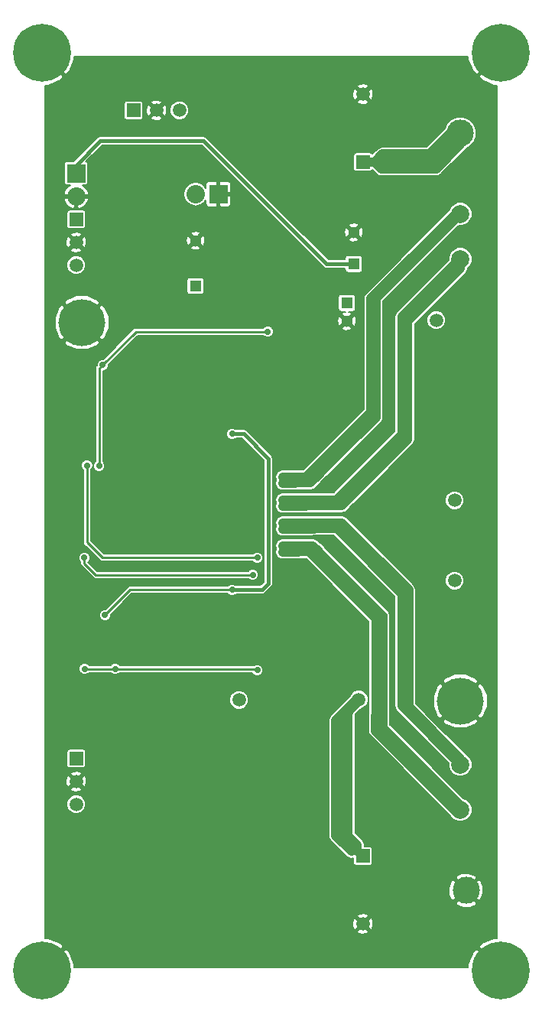
<source format=gbr>
G04 #@! TF.FileFunction,Copper,L2,Bot,Signal*
%FSLAX46Y46*%
G04 Gerber Fmt 4.6, Leading zero omitted, Abs format (unit mm)*
G04 Created by KiCad (PCBNEW 4.0.5) date 07/06/18 10:07:34*
%MOMM*%
%LPD*%
G01*
G04 APERTURE LIST*
%ADD10C,0.100000*%
%ADD11C,5.200000*%
%ADD12R,1.300000X1.300000*%
%ADD13C,1.300000*%
%ADD14R,1.500000X1.500000*%
%ADD15C,1.500000*%
%ADD16C,2.000000*%
%ADD17C,3.000000*%
%ADD18C,6.400000*%
%ADD19R,2.032000X2.032000*%
%ADD20O,2.032000X2.032000*%
%ADD21C,0.700000*%
%ADD22C,0.900000*%
%ADD23C,0.250000*%
%ADD24C,0.300000*%
%ADD25C,0.400000*%
%ADD26C,1.000000*%
%ADD27C,0.200000*%
G04 APERTURE END LIST*
D10*
D11*
X120015000Y-104775000D03*
X78105000Y-62865000D03*
D12*
X90678000Y-58801000D03*
D13*
X90678000Y-53801000D03*
D12*
X107442000Y-60706000D03*
D13*
X107442000Y-62706000D03*
X108204000Y-52888000D03*
D12*
X108204000Y-56388000D03*
D14*
X109220000Y-45085000D03*
D15*
X109220000Y-37585000D03*
D14*
X109220000Y-121920000D03*
D15*
X109220000Y-129420000D03*
D16*
X120015000Y-55840000D03*
X120015000Y-50840000D03*
X120015000Y-116800000D03*
X120015000Y-111800000D03*
D17*
X120015000Y-41910000D03*
X120650000Y-125730000D03*
D14*
X77470000Y-51435000D03*
D15*
X77470000Y-53975000D03*
X77470000Y-56515000D03*
D14*
X77470000Y-111125000D03*
D15*
X77470000Y-113665000D03*
X77470000Y-116205000D03*
D14*
X83820000Y-39370000D03*
D15*
X86360000Y-39370000D03*
X88900000Y-39370000D03*
X117348000Y-62611000D03*
X119380000Y-82550000D03*
X119380000Y-91440000D03*
X108775500Y-104584500D03*
X95504000Y-104648000D03*
D18*
X73660000Y-33020000D03*
X124460000Y-33020000D03*
X73660000Y-134620000D03*
X124460000Y-134620000D03*
D19*
X93218000Y-48641000D03*
D20*
X90678000Y-48641000D03*
D19*
X77470000Y-46355000D03*
D20*
X77470000Y-48895000D03*
D21*
X92837000Y-75692000D03*
X90424000Y-75819000D03*
X90297000Y-74422000D03*
X89408000Y-72136000D03*
X89408000Y-68707000D03*
X91440000Y-68707000D03*
X82931000Y-67691000D03*
X82804000Y-71374000D03*
X82804000Y-74803000D03*
X82804000Y-78232000D03*
X82931000Y-86487000D03*
X82804000Y-84201000D03*
X82804000Y-81534000D03*
X95885000Y-41529000D03*
X95885000Y-44577000D03*
X90424000Y-78105000D03*
X88138000Y-75819000D03*
X86741000Y-74041000D03*
X86741000Y-69850000D03*
X86741000Y-66802000D03*
X86741000Y-61468000D03*
X86614000Y-58674000D03*
X86614000Y-55626000D03*
X88773000Y-55626000D03*
X89154000Y-60833000D03*
X96266000Y-66548000D03*
X95250000Y-68834000D03*
X75057000Y-129159000D03*
X75057000Y-126365000D03*
X75057000Y-123063000D03*
X75057000Y-118491000D03*
X75184000Y-115316000D03*
X121285000Y-131318000D03*
X116332000Y-133096000D03*
X77597000Y-130937000D03*
X79248000Y-133096000D03*
X84328000Y-133096000D03*
X89408000Y-133096000D03*
X89408000Y-128270000D03*
X89408000Y-122428000D03*
X89408000Y-119634000D03*
X89408000Y-116586000D03*
X92329000Y-113919000D03*
X92202000Y-110490000D03*
X92202000Y-107315000D03*
X92202000Y-103632000D03*
X92202000Y-99695000D03*
X92202000Y-97155000D03*
X92202000Y-95250000D03*
X92837000Y-93599000D03*
X73660000Y-134620000D03*
X85598000Y-102616000D03*
X88138000Y-102362000D03*
X88138000Y-100203000D03*
X88138000Y-98552000D03*
X88011000Y-96139000D03*
X88011000Y-93853000D03*
X86487000Y-91567000D03*
X88011000Y-91694000D03*
X88138000Y-89789000D03*
X92837000Y-89916000D03*
X92837000Y-91567000D03*
X80137000Y-113665000D03*
X83820000Y-113665000D03*
X86995000Y-113665000D03*
X88900000Y-112395000D03*
X89535000Y-109855000D03*
X89535000Y-107315000D03*
X90170000Y-105410000D03*
X90297000Y-102616000D03*
X90297000Y-91567000D03*
X90297000Y-93345000D03*
X90297000Y-95123000D03*
X90297000Y-97409000D03*
X90297000Y-100076000D03*
X122682000Y-66675000D03*
X122682000Y-73914000D03*
X77851000Y-70739000D03*
X74803000Y-70739000D03*
X74676000Y-74549000D03*
X74676000Y-77851000D03*
X74676000Y-81026000D03*
X74676000Y-96012000D03*
X74676000Y-92964000D03*
X74676000Y-90297000D03*
X74676000Y-87376000D03*
X112395000Y-94234000D03*
X111760000Y-93345000D03*
X109855000Y-91440000D03*
X107950000Y-89535000D03*
X106680000Y-88265000D03*
X107315000Y-127635000D03*
X103505000Y-121920000D03*
X103505000Y-116205000D03*
X103505000Y-110490000D03*
X103505000Y-104775000D03*
X107315000Y-101600000D03*
X107950000Y-96520000D03*
X102870000Y-97155000D03*
X100965000Y-95885000D03*
X98425000Y-94615000D03*
X100965000Y-93345000D03*
X116205000Y-95250000D03*
X115951000Y-91694000D03*
X113919000Y-89535000D03*
X112141000Y-87757000D03*
X115824000Y-87757000D03*
X115824000Y-84836000D03*
X113792000Y-84836000D03*
X111252000Y-84836000D03*
X108712000Y-84709000D03*
X108839000Y-83312000D03*
X111252000Y-83312000D03*
X113792000Y-83439000D03*
X115824000Y-83439000D03*
X115697000Y-80264000D03*
X112268000Y-80264000D03*
X114046000Y-78486000D03*
X117602000Y-55499000D03*
X115316000Y-58039000D03*
X112268000Y-61722000D03*
X112141000Y-66294000D03*
X112141000Y-69596000D03*
X112014000Y-73914000D03*
X110617000Y-75819000D03*
X108966000Y-77597000D03*
X105664000Y-64389000D03*
X102997000Y-67183000D03*
X102997000Y-70231000D03*
X101981000Y-72390000D03*
X103759000Y-72517000D03*
X109601000Y-51435000D03*
X113157000Y-50927000D03*
X117348000Y-48641000D03*
X120396000Y-47244000D03*
X122682000Y-38735000D03*
X120269000Y-36449000D03*
X118364000Y-34544000D03*
X113538000Y-34544000D03*
X107188000Y-34544000D03*
X100838000Y-34544000D03*
X94234000Y-34544000D03*
X88646000Y-34544000D03*
X82296000Y-34544000D03*
X75819000Y-108204000D03*
X74930000Y-59690000D03*
X74930000Y-57150000D03*
X74930000Y-54610000D03*
X74930000Y-52070000D03*
X74930000Y-49530000D03*
X74930000Y-46863000D03*
X74930000Y-44704000D03*
X76200000Y-43180000D03*
X76200000Y-40640000D03*
X76200000Y-38100000D03*
X78740000Y-35560000D03*
X96621600Y-87160100D03*
X97701100Y-87122000D03*
X97701100Y-85064600D03*
X97713800Y-84302600D03*
X97701100Y-82727800D03*
X97713800Y-81051400D03*
X96799400Y-81076800D03*
X96862900Y-82702400D03*
X105638600Y-72694800D03*
X105625900Y-74510900D03*
X105613200Y-75653900D03*
X105537000Y-95186500D03*
X105473500Y-93548200D03*
X96761300Y-84988400D03*
X96786700Y-84378800D03*
X88315800Y-85420200D03*
X89992200Y-85483700D03*
X91655900Y-84582000D03*
X92938600Y-84556600D03*
X101803200Y-91694000D03*
X101155500Y-91020900D03*
X101180900Y-90131900D03*
X101173280Y-89362280D03*
X101180900Y-76276200D03*
X101180900Y-77012800D03*
X101180900Y-77952600D03*
X101180900Y-78790800D03*
X80645000Y-95250000D03*
X94742000Y-92456000D03*
X94742000Y-75184000D03*
D22*
X101028500Y-82486500D03*
X105029000Y-83121500D03*
X100330000Y-82486500D03*
X100324920Y-83185000D03*
X105740200Y-83129120D03*
X101025960Y-83185000D03*
X101028500Y-85026500D03*
X101031040Y-85725000D03*
X100324920Y-85725000D03*
X105029000Y-85026500D03*
X100330000Y-85026500D03*
X105745280Y-85034120D03*
X101028500Y-79946500D03*
X100330000Y-80650000D03*
X104394000Y-79629000D03*
X100330000Y-79946500D03*
X105029000Y-78994000D03*
X101030000Y-80650000D03*
X101028500Y-87566500D03*
X101020880Y-88270080D03*
X100330000Y-87566500D03*
X104330500Y-88201500D03*
X100330000Y-88270080D03*
X104902000Y-89027000D03*
D21*
X97536000Y-88900000D03*
X78676500Y-78676500D03*
X78359000Y-88900000D03*
X97028000Y-90805000D03*
X78422500Y-101219000D03*
X80391000Y-67564000D03*
X80010000Y-78740000D03*
X98679000Y-63881000D03*
X81788000Y-101219000D03*
X97536000Y-101346000D03*
D23*
X90551000Y-75692000D02*
X92837000Y-75692000D01*
X90424000Y-75819000D02*
X90551000Y-75692000D01*
X90297000Y-73025000D02*
X90297000Y-74422000D01*
X89408000Y-72136000D02*
X90297000Y-73025000D01*
X91440000Y-68707000D02*
X89408000Y-68707000D01*
X82804000Y-78232000D02*
X82804000Y-81534000D01*
X82931000Y-67691000D02*
X82804000Y-67818000D01*
X82804000Y-67818000D02*
X82804000Y-71374000D01*
X82804000Y-74803000D02*
X82804000Y-78232000D01*
X82931000Y-84328000D02*
X82931000Y-86487000D01*
X82804000Y-84201000D02*
X82931000Y-84328000D01*
X95885000Y-44577000D02*
X95885000Y-41529000D01*
X88773000Y-55626000D02*
X86614000Y-55626000D01*
X87122000Y-74803000D02*
X88138000Y-75819000D01*
X87122000Y-74422000D02*
X87122000Y-74803000D01*
X86741000Y-74041000D02*
X87122000Y-74422000D01*
X86741000Y-66802000D02*
X86741000Y-69850000D01*
X86741000Y-58801000D02*
X86741000Y-61468000D01*
X86614000Y-58674000D02*
X86741000Y-58801000D01*
X88773000Y-55626000D02*
X89154000Y-56007000D01*
X89154000Y-56007000D02*
X89154000Y-60833000D01*
X96266000Y-67818000D02*
X96266000Y-66548000D01*
X95250000Y-68834000D02*
X96266000Y-67818000D01*
X75057000Y-129159000D02*
X75057000Y-128905000D01*
X75057000Y-123063000D02*
X75057000Y-126365000D01*
X75057000Y-115443000D02*
X75057000Y-118491000D01*
X75184000Y-115316000D02*
X75057000Y-115443000D01*
X121285000Y-131318000D02*
X119507000Y-133096000D01*
X119507000Y-133096000D02*
X116332000Y-133096000D01*
X77597000Y-131445000D02*
X77597000Y-130937000D01*
X79248000Y-133096000D02*
X77597000Y-131445000D01*
X89408000Y-133096000D02*
X84328000Y-133096000D01*
X89408000Y-122428000D02*
X89408000Y-128270000D01*
X89408000Y-116586000D02*
X89408000Y-119634000D01*
X92329000Y-110617000D02*
X92329000Y-113919000D01*
X92202000Y-110490000D02*
X92329000Y-110617000D01*
X92202000Y-103632000D02*
X92202000Y-107315000D01*
X92202000Y-97155000D02*
X92202000Y-99695000D01*
X92202000Y-94234000D02*
X92202000Y-95250000D01*
X92837000Y-93599000D02*
X92202000Y-94234000D01*
X87884000Y-102616000D02*
X85598000Y-102616000D01*
X88138000Y-102362000D02*
X87884000Y-102616000D01*
X88138000Y-98552000D02*
X88138000Y-100203000D01*
X88011000Y-93853000D02*
X88011000Y-96139000D01*
X90297000Y-91567000D02*
X92837000Y-91567000D01*
X87884000Y-91567000D02*
X86487000Y-91567000D01*
X88011000Y-91694000D02*
X87884000Y-91567000D01*
X92710000Y-89789000D02*
X88138000Y-89789000D01*
X92837000Y-89916000D02*
X92710000Y-89789000D01*
X78676500Y-114808000D02*
X78994000Y-114808000D01*
X78994000Y-114808000D02*
X80137000Y-113665000D01*
X83820000Y-113665000D02*
X86995000Y-113665000D01*
X88900000Y-112395000D02*
X89535000Y-111760000D01*
X89535000Y-111760000D02*
X89535000Y-109855000D01*
X89535000Y-107315000D02*
X90170000Y-106680000D01*
X90170000Y-106680000D02*
X90170000Y-105410000D01*
X77533500Y-113665000D02*
X78676500Y-114808000D01*
X90297000Y-91567000D02*
X90297000Y-91440000D01*
X90297000Y-95123000D02*
X90297000Y-93345000D01*
X90297000Y-100076000D02*
X90297000Y-97409000D01*
X77470000Y-113665000D02*
X77533500Y-113665000D01*
X122682000Y-73914000D02*
X122682000Y-66675000D01*
X77851000Y-70739000D02*
X74803000Y-70739000D01*
X74676000Y-74549000D02*
X74676000Y-77851000D01*
X74676000Y-92964000D02*
X74676000Y-96012000D01*
X74676000Y-87376000D02*
X74676000Y-90297000D01*
X109855000Y-91440000D02*
X111760000Y-93345000D01*
X106680000Y-88265000D02*
X107950000Y-89535000D01*
X109220000Y-129420000D02*
X109100000Y-129420000D01*
X109100000Y-129420000D02*
X107315000Y-127635000D01*
X103505000Y-121920000D02*
X103505000Y-116205000D01*
X103505000Y-110490000D02*
X103505000Y-104775000D01*
X107315000Y-101600000D02*
X107950000Y-100965000D01*
X107950000Y-100965000D02*
X107950000Y-96520000D01*
X102870000Y-97155000D02*
X101600000Y-95885000D01*
X101600000Y-95885000D02*
X100965000Y-95885000D01*
X98425000Y-94615000D02*
X99695000Y-93345000D01*
X99695000Y-93345000D02*
X100965000Y-93345000D01*
X116205000Y-91948000D02*
X116205000Y-95250000D01*
X115951000Y-91694000D02*
X116205000Y-91948000D01*
X112141000Y-87757000D02*
X113919000Y-89535000D01*
X115824000Y-84836000D02*
X115824000Y-87757000D01*
X111252000Y-84836000D02*
X113792000Y-84836000D01*
X108712000Y-83439000D02*
X108712000Y-84709000D01*
X108839000Y-83312000D02*
X108712000Y-83439000D01*
X113665000Y-83312000D02*
X111252000Y-83312000D01*
X113792000Y-83439000D02*
X113665000Y-83312000D01*
X115824000Y-80391000D02*
X115824000Y-83439000D01*
X115697000Y-80264000D02*
X115824000Y-80391000D01*
X114046000Y-78486000D02*
X112268000Y-80264000D01*
X117602000Y-55753000D02*
X117602000Y-55499000D01*
X115316000Y-58039000D02*
X117602000Y-55753000D01*
X112268000Y-63373000D02*
X112268000Y-61722000D01*
X112141000Y-63500000D02*
X112268000Y-63373000D01*
X112141000Y-66294000D02*
X112141000Y-63500000D01*
X112141000Y-73787000D02*
X112141000Y-69596000D01*
X112014000Y-73914000D02*
X112141000Y-73787000D01*
X110617000Y-75946000D02*
X110617000Y-75819000D01*
X108966000Y-77597000D02*
X110617000Y-75946000D01*
X107442000Y-62706000D02*
X107347000Y-62706000D01*
X107347000Y-62706000D02*
X105664000Y-64389000D01*
X102997000Y-67183000D02*
X102997000Y-70231000D01*
X101981000Y-72390000D02*
X102108000Y-72517000D01*
X102108000Y-72517000D02*
X103759000Y-72517000D01*
X108204000Y-52888000D02*
X108204000Y-52832000D01*
X108204000Y-52832000D02*
X109601000Y-51435000D01*
X113157000Y-50927000D02*
X115443000Y-48641000D01*
X115443000Y-48641000D02*
X117348000Y-48641000D01*
X118364000Y-34544000D02*
X120269000Y-36449000D01*
X107188000Y-34544000D02*
X113538000Y-34544000D01*
X94234000Y-34544000D02*
X100838000Y-34544000D01*
X82296000Y-34544000D02*
X88646000Y-34544000D01*
X77470000Y-113665000D02*
X77470000Y-113792000D01*
X86360000Y-39370000D02*
X85090000Y-38100000D01*
X74930000Y-57150000D02*
X74930000Y-59690000D01*
X74930000Y-52070000D02*
X74930000Y-54610000D01*
X74930000Y-46863000D02*
X74930000Y-49530000D01*
X76200000Y-43180000D02*
X74930000Y-44704000D01*
X76200000Y-38100000D02*
X76200000Y-40640000D01*
X82550000Y-35560000D02*
X78740000Y-35560000D01*
X85090000Y-38100000D02*
X82550000Y-35560000D01*
X96786700Y-84378800D02*
X96786700Y-82778600D01*
X97701100Y-85064600D02*
X97701100Y-87122000D01*
X97713800Y-82740500D02*
X97713800Y-84302600D01*
X97701100Y-82727800D02*
X97713800Y-82740500D01*
X96824800Y-81051400D02*
X97713800Y-81051400D01*
X96799400Y-81076800D02*
X96824800Y-81051400D01*
X96786700Y-82778600D02*
X96862900Y-82702400D01*
X105625900Y-75641200D02*
X105625900Y-74510900D01*
X105613200Y-75653900D02*
X105625900Y-75641200D01*
X105537000Y-93611700D02*
X105537000Y-95186500D01*
X105473500Y-93548200D02*
X105537000Y-93611700D01*
X96761300Y-84404200D02*
X96761300Y-84988400D01*
X96786700Y-84378800D02*
X96761300Y-84404200D01*
X89928700Y-85420200D02*
X88315800Y-85420200D01*
X89992200Y-85483700D02*
X89928700Y-85420200D01*
X92913200Y-84582000D02*
X91655900Y-84582000D01*
X92938600Y-84556600D02*
X92913200Y-84582000D01*
D24*
X101803200Y-91668600D02*
X101803200Y-91694000D01*
X101155500Y-91020900D02*
X101803200Y-91668600D01*
X101173280Y-89362280D02*
X101180900Y-90131900D01*
X101180900Y-77012800D02*
X101180900Y-76276200D01*
X101180900Y-78790800D02*
X101180900Y-77952600D01*
D25*
X77470000Y-46355000D02*
X77470000Y-45402500D01*
X77470000Y-45402500D02*
X80137000Y-42735500D01*
X80137000Y-42735500D02*
X91567000Y-42735500D01*
X91567000Y-42735500D02*
X105219500Y-56388000D01*
X105219500Y-56388000D02*
X108204000Y-56388000D01*
D23*
X94742000Y-92456000D02*
X83439000Y-92456000D01*
X83439000Y-92456000D02*
X80645000Y-95250000D01*
D25*
X94742000Y-75184000D02*
X96012000Y-75184000D01*
X98742500Y-91757500D02*
X98298000Y-92202000D01*
X98742500Y-77914500D02*
X98742500Y-91757500D01*
X96012000Y-75184000D02*
X98742500Y-77914500D01*
X98298000Y-92202000D02*
X98044000Y-92456000D01*
X94742000Y-92456000D02*
X98044000Y-92456000D01*
X101028500Y-82486500D02*
X102997000Y-82486500D01*
X103314500Y-82169000D02*
X106616500Y-82169000D01*
X102997000Y-82486500D02*
X103314500Y-82169000D01*
X103886000Y-82486500D02*
X107505500Y-82486500D01*
D26*
X120015000Y-55840000D02*
X120015000Y-56896000D01*
X120015000Y-56896000D02*
X114173000Y-62738000D01*
X114173000Y-62738000D02*
X114173000Y-75819000D01*
X114173000Y-75819000D02*
X107505500Y-82486500D01*
X106870500Y-83121500D02*
X105740200Y-83129120D01*
X107505500Y-82486500D02*
X106870500Y-83121500D01*
X100330000Y-82486500D02*
X103886000Y-82486500D01*
X103886000Y-82486500D02*
X104394000Y-82486500D01*
X104394000Y-82486500D02*
X105029000Y-83121500D01*
X100324920Y-83185000D02*
X105740200Y-83129120D01*
D25*
X120015000Y-55840000D02*
X119928000Y-55840000D01*
D26*
X119928000Y-55840000D02*
X113538000Y-62230000D01*
X113538000Y-75247500D02*
X106616500Y-82169000D01*
X113538000Y-62230000D02*
X113538000Y-75247500D01*
X106616500Y-82169000D02*
X105740200Y-83129120D01*
D25*
X106584750Y-85947250D02*
X101316790Y-86010750D01*
X101316790Y-86010750D02*
X101031040Y-85725000D01*
X104394000Y-85661500D02*
X107505500Y-85661500D01*
D26*
X120015000Y-111800000D02*
X120015000Y-111125000D01*
X120015000Y-111125000D02*
X114300000Y-105410000D01*
X114300000Y-105410000D02*
X114300000Y-92456000D01*
X114300000Y-92456000D02*
X107505500Y-85661500D01*
X106870500Y-85026500D02*
X105745280Y-85034120D01*
X107505500Y-85661500D02*
X106870500Y-85026500D01*
X100324920Y-85725000D02*
X104394000Y-85661500D01*
X104394000Y-85661500D02*
X105029000Y-85026500D01*
X100330000Y-85026500D02*
X105745280Y-85034120D01*
X105745280Y-85034120D02*
X106584750Y-85947250D01*
X106584750Y-85947250D02*
X113538000Y-92900500D01*
X113538000Y-92900500D02*
X113538000Y-105323000D01*
X113538000Y-105323000D02*
X120015000Y-111800000D01*
X101028500Y-79946500D02*
X102933500Y-79946500D01*
X102933500Y-79946500D02*
X104394000Y-78486000D01*
X120015000Y-50840000D02*
X119467000Y-50840000D01*
X119467000Y-50840000D02*
X110109000Y-60198000D01*
X110109000Y-60198000D02*
X110109000Y-72771000D01*
X110109000Y-72771000D02*
X104394000Y-78486000D01*
X104394000Y-78486000D02*
X104394000Y-79629000D01*
X105029000Y-78994000D02*
X106553000Y-77470000D01*
X110680500Y-73342500D02*
X106553000Y-77470000D01*
X100330000Y-80650000D02*
X103441500Y-80581500D01*
X103441500Y-80581500D02*
X104394000Y-79629000D01*
X100330000Y-79946500D02*
X104076500Y-79946500D01*
X104076500Y-79946500D02*
X105029000Y-78994000D01*
X110680500Y-72263000D02*
X110680500Y-73342500D01*
X110680500Y-60174500D02*
X120015000Y-50840000D01*
X110680500Y-72263000D02*
X110680500Y-60174500D01*
D25*
X104330500Y-88201500D02*
X104711500Y-88201500D01*
X111696500Y-95186500D02*
X111696500Y-108013500D01*
X104711500Y-88201500D02*
X111696500Y-95186500D01*
D26*
X120015000Y-116800000D02*
X119340000Y-116800000D01*
X119340000Y-116800000D02*
X110617000Y-108077000D01*
X110617000Y-106426000D02*
X110680500Y-106426000D01*
X110617000Y-108077000D02*
X110617000Y-106426000D01*
X101020880Y-88270080D02*
X103251000Y-88201500D01*
X103251000Y-88201500D02*
X110680500Y-95631000D01*
X120015000Y-116800000D02*
X120015000Y-116332000D01*
X120015000Y-116332000D02*
X111696500Y-108013500D01*
X111696500Y-108013500D02*
X111379000Y-107696000D01*
X111379000Y-107696000D02*
X111379000Y-95504000D01*
X111379000Y-95504000D02*
X110680500Y-94805500D01*
X100330000Y-87566500D02*
X103695500Y-87566500D01*
X103695500Y-87566500D02*
X104330500Y-88201500D01*
X100330000Y-88270080D02*
X104076500Y-88201500D01*
X104076500Y-88201500D02*
X104902000Y-89027000D01*
X110680500Y-95631000D02*
X110680500Y-94805500D01*
X110680500Y-94805500D02*
X104902000Y-89027000D01*
X110680500Y-107465500D02*
X120015000Y-116800000D01*
X110680500Y-95631000D02*
X110680500Y-106426000D01*
X110680500Y-106426000D02*
X110680500Y-107465500D01*
X107569000Y-105537000D02*
X107569000Y-119697500D01*
X108585000Y-120713500D02*
X108585000Y-121285000D01*
X107569000Y-119697500D02*
X108585000Y-120713500D01*
X107219750Y-105886250D02*
X107569000Y-105537000D01*
X107569000Y-105537000D02*
X106235500Y-106870500D01*
X107950000Y-121412000D02*
X107950000Y-121158000D01*
X106235500Y-119697500D02*
X107950000Y-121412000D01*
X106235500Y-106870500D02*
X106235500Y-119697500D01*
D25*
X109220000Y-121920000D02*
X108712000Y-121920000D01*
X108712000Y-121920000D02*
X107950000Y-121158000D01*
X107950000Y-121158000D02*
X106489500Y-119697500D01*
X106489500Y-119697500D02*
X106489500Y-118554500D01*
X106489500Y-118554500D02*
X106807000Y-118554500D01*
X108775500Y-104584500D02*
X108775500Y-105156000D01*
X108775500Y-105156000D02*
X107124500Y-106807000D01*
X107124500Y-106807000D02*
X107124500Y-119824500D01*
D26*
X108775500Y-104584500D02*
X108521500Y-104584500D01*
X108521500Y-104584500D02*
X107219750Y-105886250D01*
X107219750Y-105886250D02*
X106807000Y-106299000D01*
X106807000Y-119507000D02*
X107124500Y-119824500D01*
X107124500Y-119824500D02*
X108585000Y-121285000D01*
X108585000Y-121285000D02*
X109220000Y-121920000D01*
X106807000Y-106299000D02*
X106807000Y-118554500D01*
X106807000Y-118554500D02*
X106807000Y-119507000D01*
X120015000Y-41910000D02*
X120015000Y-43180000D01*
X120015000Y-43180000D02*
X117348000Y-45847000D01*
X111252000Y-45847000D02*
X110490000Y-45085000D01*
X117348000Y-45847000D02*
X111252000Y-45847000D01*
X120015000Y-41910000D02*
X118872000Y-41910000D01*
X118872000Y-41910000D02*
X116586000Y-44196000D01*
X111379000Y-44196000D02*
X110490000Y-45085000D01*
X116586000Y-44196000D02*
X111379000Y-44196000D01*
X120015000Y-41910000D02*
X120015000Y-42799000D01*
X109220000Y-45085000D02*
X110490000Y-45085000D01*
X110490000Y-45085000D02*
X116840000Y-45085000D01*
X116840000Y-45085000D02*
X120015000Y-41910000D01*
D23*
X78676500Y-78676500D02*
X78676500Y-87185500D01*
X78676500Y-87185500D02*
X78994000Y-87503000D01*
X97536000Y-88900000D02*
X80391000Y-88900000D01*
X80391000Y-88900000D02*
X78994000Y-87503000D01*
X78359000Y-89535000D02*
X78359000Y-88900000D01*
X79629000Y-90805000D02*
X78359000Y-89535000D01*
X97028000Y-90805000D02*
X79629000Y-90805000D01*
X78422500Y-101219000D02*
X81788000Y-101219000D01*
X80010000Y-67945000D02*
X80010000Y-78740000D01*
X84074000Y-63881000D02*
X80391000Y-67564000D01*
X80391000Y-67564000D02*
X80010000Y-67945000D01*
X98679000Y-63881000D02*
X84074000Y-63881000D01*
X92837000Y-101219000D02*
X81788000Y-101219000D01*
X97409000Y-101219000D02*
X92837000Y-101219000D01*
X97536000Y-101346000D02*
X97409000Y-101219000D01*
D27*
G36*
X120861156Y-33741871D02*
X121404793Y-35054327D01*
X121831418Y-35436450D01*
X122568723Y-34699145D01*
X122780855Y-34911277D01*
X122043550Y-35648582D01*
X122425673Y-36075207D01*
X123749704Y-36621146D01*
X124085000Y-36620607D01*
X124085000Y-131020598D01*
X123738129Y-131021156D01*
X122425673Y-131564793D01*
X122043550Y-131991418D01*
X122766096Y-132713964D01*
X122552018Y-132924150D01*
X121831418Y-132203550D01*
X121404793Y-132585673D01*
X120858854Y-133909704D01*
X120859393Y-134245000D01*
X77259402Y-134245000D01*
X77258844Y-133898129D01*
X76715207Y-132585673D01*
X76288582Y-132203550D01*
X75566036Y-132926096D01*
X75355850Y-132712018D01*
X76076450Y-131991418D01*
X75694327Y-131564793D01*
X74370296Y-131018854D01*
X74035000Y-131019393D01*
X74035000Y-130277006D01*
X108575126Y-130277006D01*
X108657819Y-130448970D01*
X109094382Y-130585781D01*
X109550070Y-130545114D01*
X109782181Y-130448970D01*
X109864874Y-130277006D01*
X109220000Y-129632132D01*
X108575126Y-130277006D01*
X74035000Y-130277006D01*
X74035000Y-129294382D01*
X108054219Y-129294382D01*
X108094886Y-129750070D01*
X108191030Y-129982181D01*
X108362994Y-130064874D01*
X109007868Y-129420000D01*
X109432132Y-129420000D01*
X110077006Y-130064874D01*
X110248970Y-129982181D01*
X110385781Y-129545618D01*
X110345114Y-129089930D01*
X110248970Y-128857819D01*
X110077006Y-128775126D01*
X109432132Y-129420000D01*
X109007868Y-129420000D01*
X108362994Y-128775126D01*
X108191030Y-128857819D01*
X108054219Y-129294382D01*
X74035000Y-129294382D01*
X74035000Y-128562994D01*
X108575126Y-128562994D01*
X109220000Y-129207868D01*
X109864874Y-128562994D01*
X109782181Y-128391030D01*
X109345618Y-128254219D01*
X108889930Y-128294886D01*
X108657819Y-128391030D01*
X108575126Y-128562994D01*
X74035000Y-128562994D01*
X74035000Y-127130841D01*
X119461291Y-127130841D01*
X119636100Y-127380709D01*
X120344978Y-127643059D01*
X121100293Y-127614162D01*
X121663900Y-127380709D01*
X121838709Y-127130841D01*
X120650000Y-125942132D01*
X119461291Y-127130841D01*
X74035000Y-127130841D01*
X74035000Y-125424978D01*
X118736941Y-125424978D01*
X118765838Y-126180293D01*
X118999291Y-126743900D01*
X119249159Y-126918709D01*
X120437868Y-125730000D01*
X120862132Y-125730000D01*
X122050841Y-126918709D01*
X122300709Y-126743900D01*
X122563059Y-126035022D01*
X122534162Y-125279707D01*
X122300709Y-124716100D01*
X122050841Y-124541291D01*
X120862132Y-125730000D01*
X120437868Y-125730000D01*
X119249159Y-124541291D01*
X118999291Y-124716100D01*
X118736941Y-125424978D01*
X74035000Y-125424978D01*
X74035000Y-124329159D01*
X119461291Y-124329159D01*
X120650000Y-125517868D01*
X121838709Y-124329159D01*
X121663900Y-124079291D01*
X120955022Y-123816941D01*
X120199707Y-123845838D01*
X119636100Y-124079291D01*
X119461291Y-124329159D01*
X74035000Y-124329159D01*
X74035000Y-116412942D01*
X76419818Y-116412942D01*
X76579334Y-116799000D01*
X76874446Y-117094628D01*
X77260226Y-117254818D01*
X77677942Y-117255182D01*
X78064000Y-117095666D01*
X78359628Y-116800554D01*
X78519818Y-116414774D01*
X78520182Y-115997058D01*
X78360666Y-115611000D01*
X78065554Y-115315372D01*
X77679774Y-115155182D01*
X77262058Y-115154818D01*
X76876000Y-115314334D01*
X76580372Y-115609446D01*
X76420182Y-115995226D01*
X76419818Y-116412942D01*
X74035000Y-116412942D01*
X74035000Y-114522006D01*
X76825126Y-114522006D01*
X76907819Y-114693970D01*
X77344382Y-114830781D01*
X77800070Y-114790114D01*
X78032181Y-114693970D01*
X78114874Y-114522006D01*
X77470000Y-113877132D01*
X76825126Y-114522006D01*
X74035000Y-114522006D01*
X74035000Y-113539382D01*
X76304219Y-113539382D01*
X76344886Y-113995070D01*
X76441030Y-114227181D01*
X76612994Y-114309874D01*
X77257868Y-113665000D01*
X77682132Y-113665000D01*
X78327006Y-114309874D01*
X78498970Y-114227181D01*
X78635781Y-113790618D01*
X78595114Y-113334930D01*
X78498970Y-113102819D01*
X78327006Y-113020126D01*
X77682132Y-113665000D01*
X77257868Y-113665000D01*
X76612994Y-113020126D01*
X76441030Y-113102819D01*
X76304219Y-113539382D01*
X74035000Y-113539382D01*
X74035000Y-112807994D01*
X76825126Y-112807994D01*
X77470000Y-113452868D01*
X78114874Y-112807994D01*
X78032181Y-112636030D01*
X77595618Y-112499219D01*
X77139930Y-112539886D01*
X76907819Y-112636030D01*
X76825126Y-112807994D01*
X74035000Y-112807994D01*
X74035000Y-110375000D01*
X76414123Y-110375000D01*
X76414123Y-111875000D01*
X76435042Y-111986173D01*
X76500745Y-112088279D01*
X76600997Y-112156778D01*
X76720000Y-112180877D01*
X78220000Y-112180877D01*
X78331173Y-112159958D01*
X78433279Y-112094255D01*
X78501778Y-111994003D01*
X78525877Y-111875000D01*
X78525877Y-110375000D01*
X78504958Y-110263827D01*
X78439255Y-110161721D01*
X78339003Y-110093222D01*
X78220000Y-110069123D01*
X76720000Y-110069123D01*
X76608827Y-110090042D01*
X76506721Y-110155745D01*
X76438222Y-110255997D01*
X76414123Y-110375000D01*
X74035000Y-110375000D01*
X74035000Y-106870500D01*
X105435500Y-106870500D01*
X105435500Y-119697500D01*
X105460762Y-119824500D01*
X105496396Y-120003647D01*
X105669815Y-120263185D01*
X107384314Y-121977685D01*
X107544922Y-122085000D01*
X107643853Y-122151104D01*
X107950000Y-122212000D01*
X108164123Y-122169409D01*
X108164123Y-122670000D01*
X108185042Y-122781173D01*
X108250745Y-122883279D01*
X108350997Y-122951778D01*
X108470000Y-122975877D01*
X109970000Y-122975877D01*
X110081173Y-122954958D01*
X110183279Y-122889255D01*
X110251778Y-122789003D01*
X110275877Y-122670000D01*
X110275877Y-121170000D01*
X110254958Y-121058827D01*
X110189255Y-120956721D01*
X110089003Y-120888222D01*
X109970000Y-120864123D01*
X109385000Y-120864123D01*
X109385000Y-120713500D01*
X109324104Y-120407353D01*
X109150685Y-120147815D01*
X108369000Y-119366130D01*
X108369000Y-106269607D01*
X109018348Y-105620259D01*
X109369500Y-105475166D01*
X109665128Y-105180054D01*
X109825318Y-104794274D01*
X109825682Y-104376558D01*
X109666166Y-103990500D01*
X109371054Y-103694872D01*
X108985274Y-103534682D01*
X108567558Y-103534318D01*
X108181500Y-103693834D01*
X107885872Y-103988946D01*
X107814997Y-104159632D01*
X107003317Y-104971313D01*
X107003315Y-104971314D01*
X105669815Y-106304815D01*
X105496396Y-106564353D01*
X105435500Y-106870500D01*
X74035000Y-106870500D01*
X74035000Y-104855942D01*
X94453818Y-104855942D01*
X94613334Y-105242000D01*
X94908446Y-105537628D01*
X95294226Y-105697818D01*
X95711942Y-105698182D01*
X96098000Y-105538666D01*
X96393628Y-105243554D01*
X96553818Y-104857774D01*
X96554182Y-104440058D01*
X96394666Y-104054000D01*
X96099554Y-103758372D01*
X95713774Y-103598182D01*
X95296058Y-103597818D01*
X94910000Y-103757334D01*
X94614372Y-104052446D01*
X94454182Y-104438226D01*
X94453818Y-104855942D01*
X74035000Y-104855942D01*
X74035000Y-101347726D01*
X77772388Y-101347726D01*
X77871136Y-101586714D01*
X78053824Y-101769722D01*
X78292640Y-101868887D01*
X78551226Y-101869112D01*
X78790214Y-101770364D01*
X78916799Y-101644000D01*
X81293822Y-101644000D01*
X81419324Y-101769722D01*
X81658140Y-101868887D01*
X81916726Y-101869112D01*
X82155714Y-101770364D01*
X82282299Y-101644000D01*
X96955831Y-101644000D01*
X96984636Y-101713714D01*
X97167324Y-101896722D01*
X97406140Y-101995887D01*
X97664726Y-101996112D01*
X97903714Y-101897364D01*
X98086722Y-101714676D01*
X98185887Y-101475860D01*
X98186112Y-101217274D01*
X98087364Y-100978286D01*
X97904676Y-100795278D01*
X97665860Y-100696113D01*
X97407274Y-100695888D01*
X97169825Y-100794000D01*
X82282178Y-100794000D01*
X82156676Y-100668278D01*
X81917860Y-100569113D01*
X81659274Y-100568888D01*
X81420286Y-100667636D01*
X81293701Y-100794000D01*
X78916678Y-100794000D01*
X78791176Y-100668278D01*
X78552360Y-100569113D01*
X78293774Y-100568888D01*
X78054786Y-100667636D01*
X77871778Y-100850324D01*
X77772613Y-101089140D01*
X77772388Y-101347726D01*
X74035000Y-101347726D01*
X74035000Y-95378726D01*
X79994888Y-95378726D01*
X80093636Y-95617714D01*
X80276324Y-95800722D01*
X80515140Y-95899887D01*
X80773726Y-95900112D01*
X81012714Y-95801364D01*
X81195722Y-95618676D01*
X81294887Y-95379860D01*
X81295043Y-95200997D01*
X83615041Y-92881000D01*
X94247822Y-92881000D01*
X94373324Y-93006722D01*
X94612140Y-93105887D01*
X94870726Y-93106112D01*
X95109714Y-93007364D01*
X95161168Y-92956000D01*
X98044000Y-92956000D01*
X98235342Y-92917940D01*
X98397553Y-92809553D01*
X98651553Y-92555554D01*
X98651555Y-92555551D01*
X99096053Y-92111053D01*
X99204440Y-91948842D01*
X99213233Y-91904636D01*
X99242500Y-91757500D01*
X99242500Y-87566500D01*
X99530000Y-87566500D01*
X99590896Y-87872647D01*
X99622437Y-87919851D01*
X99585417Y-87977511D01*
X99530134Y-88284722D01*
X99596623Y-88589703D01*
X99774763Y-88846023D01*
X100037431Y-89014663D01*
X100344642Y-89069946D01*
X100977607Y-89058360D01*
X101045470Y-89069702D01*
X102056565Y-89038609D01*
X102940558Y-89022428D01*
X109880500Y-95962371D01*
X109880500Y-106115956D01*
X109877896Y-106119853D01*
X109817000Y-106426000D01*
X109817000Y-108077000D01*
X109853736Y-108261685D01*
X109877896Y-108383147D01*
X110051315Y-108642685D01*
X118774315Y-117365685D01*
X118867999Y-117428283D01*
X118912271Y-117535429D01*
X119277647Y-117901444D01*
X119755279Y-118099774D01*
X120272452Y-118100226D01*
X120750429Y-117902729D01*
X121116444Y-117537353D01*
X121314774Y-117059721D01*
X121315226Y-116542548D01*
X121117729Y-116064571D01*
X120752353Y-115698556D01*
X120342913Y-115528542D01*
X112262188Y-107447818D01*
X112262186Y-107447815D01*
X112196500Y-107382129D01*
X112196500Y-95186500D01*
X112158440Y-94995158D01*
X112082378Y-94881324D01*
X112050054Y-94832947D01*
X105065053Y-87847947D01*
X105016050Y-87815204D01*
X104896186Y-87635815D01*
X104261185Y-87000815D01*
X104001647Y-86827396D01*
X103695500Y-86766500D01*
X100330000Y-86766500D01*
X100023853Y-86827396D01*
X99764315Y-87000815D01*
X99590896Y-87260353D01*
X99530000Y-87566500D01*
X99242500Y-87566500D01*
X99242500Y-85737483D01*
X99525017Y-85737483D01*
X99590683Y-86042642D01*
X99768131Y-86299443D01*
X100030343Y-86468791D01*
X100337403Y-86524903D01*
X101311519Y-86509701D01*
X101316790Y-86510750D01*
X101319799Y-86510151D01*
X101322817Y-86510714D01*
X105964625Y-86454762D01*
X105995809Y-86488682D01*
X106009587Y-86498750D01*
X106019065Y-86512935D01*
X112738000Y-93231871D01*
X112738000Y-105323000D01*
X112785121Y-105559896D01*
X112798896Y-105629147D01*
X112972315Y-105888685D01*
X118715146Y-111631517D01*
X118714774Y-112057452D01*
X118912271Y-112535429D01*
X119277647Y-112901444D01*
X119755279Y-113099774D01*
X120272452Y-113100226D01*
X120750429Y-112902729D01*
X121116444Y-112537353D01*
X121314774Y-112059721D01*
X121315226Y-111542548D01*
X121117729Y-111064571D01*
X120752353Y-110698556D01*
X120643531Y-110653369D01*
X120580686Y-110559315D01*
X116991915Y-106970544D01*
X118031588Y-106970544D01*
X118340614Y-107334790D01*
X119447658Y-107780698D01*
X120641074Y-107769015D01*
X121689386Y-107334790D01*
X121998412Y-106970544D01*
X120015000Y-104987132D01*
X118031588Y-106970544D01*
X116991915Y-106970544D01*
X115100000Y-105078630D01*
X115100000Y-104207658D01*
X117009302Y-104207658D01*
X117020985Y-105401074D01*
X117455210Y-106449386D01*
X117819456Y-106758412D01*
X119802868Y-104775000D01*
X120227132Y-104775000D01*
X122210544Y-106758412D01*
X122574790Y-106449386D01*
X123020698Y-105342342D01*
X123009015Y-104148926D01*
X122574790Y-103100614D01*
X122210544Y-102791588D01*
X120227132Y-104775000D01*
X119802868Y-104775000D01*
X117819456Y-102791588D01*
X117455210Y-103100614D01*
X117009302Y-104207658D01*
X115100000Y-104207658D01*
X115100000Y-102579456D01*
X118031588Y-102579456D01*
X120015000Y-104562868D01*
X121998412Y-102579456D01*
X121689386Y-102215210D01*
X120582342Y-101769302D01*
X119388926Y-101780985D01*
X118340614Y-102215210D01*
X118031588Y-102579456D01*
X115100000Y-102579456D01*
X115100000Y-92456000D01*
X115039104Y-92149853D01*
X114865685Y-91890315D01*
X114623312Y-91647942D01*
X118329818Y-91647942D01*
X118489334Y-92034000D01*
X118784446Y-92329628D01*
X119170226Y-92489818D01*
X119587942Y-92490182D01*
X119974000Y-92330666D01*
X120269628Y-92035554D01*
X120429818Y-91649774D01*
X120430182Y-91232058D01*
X120270666Y-90846000D01*
X119975554Y-90550372D01*
X119589774Y-90390182D01*
X119172058Y-90389818D01*
X118786000Y-90549334D01*
X118490372Y-90844446D01*
X118330182Y-91230226D01*
X118329818Y-91647942D01*
X114623312Y-91647942D01*
X108071188Y-85095818D01*
X108071186Y-85095815D01*
X107436185Y-84460815D01*
X107433890Y-84459281D01*
X107432341Y-84456997D01*
X107304215Y-84372635D01*
X107176647Y-84287396D01*
X107173940Y-84286858D01*
X107171635Y-84285340D01*
X107020879Y-84256413D01*
X106870500Y-84226501D01*
X106867797Y-84227039D01*
X106865083Y-84226518D01*
X105743067Y-84234116D01*
X105062475Y-84233159D01*
X105029000Y-84226500D01*
X104995995Y-84233065D01*
X100331126Y-84226501D01*
X100024893Y-84286966D01*
X99765112Y-84460020D01*
X99591328Y-84719313D01*
X99530001Y-85025374D01*
X99590466Y-85331607D01*
X99618129Y-85373134D01*
X99581129Y-85430423D01*
X99525017Y-85737483D01*
X99242500Y-85737483D01*
X99242500Y-83193255D01*
X99524963Y-83193255D01*
X99589014Y-83498757D01*
X99765102Y-83756492D01*
X100026416Y-83927224D01*
X100333175Y-83984957D01*
X105746857Y-83929093D01*
X106875893Y-83921482D01*
X107026229Y-83890523D01*
X107176647Y-83860604D01*
X107178932Y-83859077D01*
X107181623Y-83858523D01*
X107308642Y-83772407D01*
X107436185Y-83687185D01*
X108071186Y-83052185D01*
X108071188Y-83052182D01*
X108365428Y-82757942D01*
X118329818Y-82757942D01*
X118489334Y-83144000D01*
X118784446Y-83439628D01*
X119170226Y-83599818D01*
X119587942Y-83600182D01*
X119974000Y-83440666D01*
X120269628Y-83145554D01*
X120429818Y-82759774D01*
X120430182Y-82342058D01*
X120270666Y-81956000D01*
X119975554Y-81660372D01*
X119589774Y-81500182D01*
X119172058Y-81499818D01*
X118786000Y-81659334D01*
X118490372Y-81954446D01*
X118330182Y-82340226D01*
X118329818Y-82757942D01*
X108365428Y-82757942D01*
X114738685Y-76384685D01*
X114912104Y-76125147D01*
X114927549Y-76047500D01*
X114973000Y-75819000D01*
X114973000Y-63069370D01*
X115223428Y-62818942D01*
X116297818Y-62818942D01*
X116457334Y-63205000D01*
X116752446Y-63500628D01*
X117138226Y-63660818D01*
X117555942Y-63661182D01*
X117942000Y-63501666D01*
X118237628Y-63206554D01*
X118397818Y-62820774D01*
X118398182Y-62403058D01*
X118238666Y-62017000D01*
X117943554Y-61721372D01*
X117557774Y-61561182D01*
X117140058Y-61560818D01*
X116754000Y-61720334D01*
X116458372Y-62015446D01*
X116298182Y-62401226D01*
X116297818Y-62818942D01*
X115223428Y-62818942D01*
X120580686Y-57461685D01*
X120754104Y-57202147D01*
X120815000Y-56896000D01*
X120815000Y-56878271D01*
X121116444Y-56577353D01*
X121314774Y-56099721D01*
X121315226Y-55582548D01*
X121117729Y-55104571D01*
X120752353Y-54738556D01*
X120274721Y-54540226D01*
X119757548Y-54539774D01*
X119279571Y-54737271D01*
X118913556Y-55102647D01*
X118715226Y-55580279D01*
X118714928Y-55921701D01*
X112972315Y-61664315D01*
X112798896Y-61923853D01*
X112738000Y-62230000D01*
X112738000Y-74916129D01*
X106050815Y-81603315D01*
X106040526Y-81618714D01*
X106025610Y-81629696D01*
X105989737Y-81669000D01*
X103314500Y-81669000D01*
X103226521Y-81686500D01*
X100330000Y-81686500D01*
X100023853Y-81747396D01*
X99764315Y-81920815D01*
X99590896Y-82180353D01*
X99530000Y-82486500D01*
X99590896Y-82792647D01*
X99617752Y-82832840D01*
X99582696Y-82886496D01*
X99524963Y-83193255D01*
X99242500Y-83193255D01*
X99242500Y-79946500D01*
X99530000Y-79946500D01*
X99590896Y-80252647D01*
X99622604Y-80300102D01*
X99584337Y-80360195D01*
X99530194Y-80667608D01*
X99597813Y-80972340D01*
X99776903Y-81227999D01*
X100040195Y-81395663D01*
X100347608Y-81449806D01*
X103459108Y-81381306D01*
X103603063Y-81349363D01*
X103747647Y-81320604D01*
X103755095Y-81315628D01*
X103763840Y-81313687D01*
X103884598Y-81229096D01*
X104007185Y-81147185D01*
X104959685Y-80194686D01*
X104959686Y-80194684D01*
X105594685Y-79559686D01*
X105594687Y-79559683D01*
X107118685Y-78035686D01*
X107118687Y-78035683D01*
X111246185Y-73908186D01*
X111419604Y-73648647D01*
X111435049Y-73571000D01*
X111480500Y-73342500D01*
X111480500Y-60505870D01*
X119846517Y-52139854D01*
X120272452Y-52140226D01*
X120750429Y-51942729D01*
X121116444Y-51577353D01*
X121314774Y-51099721D01*
X121315226Y-50582548D01*
X121117729Y-50104571D01*
X120752353Y-49738556D01*
X120274721Y-49540226D01*
X119757548Y-49539774D01*
X119279571Y-49737271D01*
X118913556Y-50102647D01*
X118800349Y-50375280D01*
X109543315Y-59632315D01*
X109369896Y-59891853D01*
X109309000Y-60198000D01*
X109309000Y-72439629D01*
X103828315Y-77920315D01*
X102602130Y-79146500D01*
X100330000Y-79146500D01*
X100023853Y-79207396D01*
X99764315Y-79380815D01*
X99590896Y-79640353D01*
X99530000Y-79946500D01*
X99242500Y-79946500D01*
X99242500Y-77914500D01*
X99204440Y-77723158D01*
X99096053Y-77560947D01*
X96365553Y-74830447D01*
X96203342Y-74722060D01*
X96012000Y-74684000D01*
X95161309Y-74684000D01*
X95110676Y-74633278D01*
X94871860Y-74534113D01*
X94613274Y-74533888D01*
X94374286Y-74632636D01*
X94191278Y-74815324D01*
X94092113Y-75054140D01*
X94091888Y-75312726D01*
X94190636Y-75551714D01*
X94373324Y-75734722D01*
X94612140Y-75833887D01*
X94870726Y-75834112D01*
X95109714Y-75735364D01*
X95161168Y-75684000D01*
X95804894Y-75684000D01*
X98242500Y-78121606D01*
X98242500Y-91550394D01*
X97944449Y-91848445D01*
X97944446Y-91848447D01*
X97836893Y-91956000D01*
X95161309Y-91956000D01*
X95110676Y-91905278D01*
X94871860Y-91806113D01*
X94613274Y-91805888D01*
X94374286Y-91904636D01*
X94247701Y-92031000D01*
X83439000Y-92031000D01*
X83276359Y-92063351D01*
X83138480Y-92155479D01*
X80693917Y-94600043D01*
X80516274Y-94599888D01*
X80277286Y-94698636D01*
X80094278Y-94881324D01*
X79995113Y-95120140D01*
X79994888Y-95378726D01*
X74035000Y-95378726D01*
X74035000Y-89028726D01*
X77708888Y-89028726D01*
X77807636Y-89267714D01*
X77934000Y-89394299D01*
X77934000Y-89535000D01*
X77959351Y-89662448D01*
X77966351Y-89697641D01*
X78058480Y-89835520D01*
X79328479Y-91105520D01*
X79420608Y-91167078D01*
X79466360Y-91197649D01*
X79629000Y-91230000D01*
X96533822Y-91230000D01*
X96659324Y-91355722D01*
X96898140Y-91454887D01*
X97156726Y-91455112D01*
X97395714Y-91356364D01*
X97578722Y-91173676D01*
X97677887Y-90934860D01*
X97678112Y-90676274D01*
X97579364Y-90437286D01*
X97396676Y-90254278D01*
X97157860Y-90155113D01*
X96899274Y-90154888D01*
X96660286Y-90253636D01*
X96533701Y-90380000D01*
X79805041Y-90380000D01*
X78801625Y-89376584D01*
X78909722Y-89268676D01*
X79008887Y-89029860D01*
X79009112Y-88771274D01*
X78910364Y-88532286D01*
X78727676Y-88349278D01*
X78488860Y-88250113D01*
X78230274Y-88249888D01*
X77991286Y-88348636D01*
X77808278Y-88531324D01*
X77709113Y-88770140D01*
X77708888Y-89028726D01*
X74035000Y-89028726D01*
X74035000Y-78805226D01*
X78026388Y-78805226D01*
X78125136Y-79044214D01*
X78251500Y-79170799D01*
X78251500Y-87185500D01*
X78278484Y-87321157D01*
X78283851Y-87348141D01*
X78375980Y-87486020D01*
X78693480Y-87803521D01*
X78693483Y-87803523D01*
X80090479Y-89200520D01*
X80141304Y-89234480D01*
X80228360Y-89292649D01*
X80391000Y-89325000D01*
X97041822Y-89325000D01*
X97167324Y-89450722D01*
X97406140Y-89549887D01*
X97664726Y-89550112D01*
X97903714Y-89451364D01*
X98086722Y-89268676D01*
X98185887Y-89029860D01*
X98186112Y-88771274D01*
X98087364Y-88532286D01*
X97904676Y-88349278D01*
X97665860Y-88250113D01*
X97407274Y-88249888D01*
X97168286Y-88348636D01*
X97041701Y-88475000D01*
X80567041Y-88475000D01*
X79294523Y-87202483D01*
X79294521Y-87202480D01*
X79101500Y-87009460D01*
X79101500Y-79170678D01*
X79227222Y-79045176D01*
X79300490Y-78868726D01*
X79359888Y-78868726D01*
X79458636Y-79107714D01*
X79641324Y-79290722D01*
X79880140Y-79389887D01*
X80138726Y-79390112D01*
X80377714Y-79291364D01*
X80560722Y-79108676D01*
X80659887Y-78869860D01*
X80660112Y-78611274D01*
X80561364Y-78372286D01*
X80435000Y-78245701D01*
X80435000Y-68214038D01*
X80519726Y-68214112D01*
X80758714Y-68115364D01*
X80941722Y-67932676D01*
X81040887Y-67693860D01*
X81041043Y-67514997D01*
X84250041Y-64306000D01*
X98184822Y-64306000D01*
X98310324Y-64431722D01*
X98549140Y-64530887D01*
X98807726Y-64531112D01*
X99046714Y-64432364D01*
X99229722Y-64249676D01*
X99328887Y-64010860D01*
X99329112Y-63752274D01*
X99230364Y-63513286D01*
X99207237Y-63490118D01*
X106870014Y-63490118D01*
X106940294Y-63651735D01*
X107340401Y-63771740D01*
X107755976Y-63729495D01*
X107943706Y-63651735D01*
X108013986Y-63490118D01*
X107442000Y-62918132D01*
X106870014Y-63490118D01*
X99207237Y-63490118D01*
X99047676Y-63330278D01*
X98808860Y-63231113D01*
X98550274Y-63230888D01*
X98311286Y-63329636D01*
X98184701Y-63456000D01*
X84074000Y-63456000D01*
X83911359Y-63488351D01*
X83773480Y-63580479D01*
X80439917Y-66914043D01*
X80262274Y-66913888D01*
X80023286Y-67012636D01*
X79840278Y-67195324D01*
X79741113Y-67434140D01*
X79740957Y-67613003D01*
X79709480Y-67644480D01*
X79617351Y-67782359D01*
X79617351Y-67782360D01*
X79585000Y-67945000D01*
X79585000Y-78245822D01*
X79459278Y-78371324D01*
X79360113Y-78610140D01*
X79359888Y-78868726D01*
X79300490Y-78868726D01*
X79326387Y-78806360D01*
X79326612Y-78547774D01*
X79227864Y-78308786D01*
X79045176Y-78125778D01*
X78806360Y-78026613D01*
X78547774Y-78026388D01*
X78308786Y-78125136D01*
X78125778Y-78307824D01*
X78026613Y-78546640D01*
X78026388Y-78805226D01*
X74035000Y-78805226D01*
X74035000Y-65060544D01*
X76121588Y-65060544D01*
X76430614Y-65424790D01*
X77537658Y-65870698D01*
X78731074Y-65859015D01*
X79779386Y-65424790D01*
X80088412Y-65060544D01*
X78105000Y-63077132D01*
X76121588Y-65060544D01*
X74035000Y-65060544D01*
X74035000Y-62297658D01*
X75099302Y-62297658D01*
X75110985Y-63491074D01*
X75545210Y-64539386D01*
X75909456Y-64848412D01*
X77892868Y-62865000D01*
X78317132Y-62865000D01*
X80300544Y-64848412D01*
X80664790Y-64539386D01*
X81110698Y-63432342D01*
X81102593Y-62604401D01*
X106376260Y-62604401D01*
X106418505Y-63019976D01*
X106496265Y-63207706D01*
X106657882Y-63277986D01*
X107229868Y-62706000D01*
X107654132Y-62706000D01*
X108226118Y-63277986D01*
X108387735Y-63207706D01*
X108507740Y-62807599D01*
X108465495Y-62392024D01*
X108387735Y-62204294D01*
X108226118Y-62134014D01*
X107654132Y-62706000D01*
X107229868Y-62706000D01*
X106657882Y-62134014D01*
X106496265Y-62204294D01*
X106376260Y-62604401D01*
X81102593Y-62604401D01*
X81099015Y-62238926D01*
X80664790Y-61190614D01*
X80300544Y-60881588D01*
X78317132Y-62865000D01*
X77892868Y-62865000D01*
X75909456Y-60881588D01*
X75545210Y-61190614D01*
X75099302Y-62297658D01*
X74035000Y-62297658D01*
X74035000Y-60669456D01*
X76121588Y-60669456D01*
X78105000Y-62652868D01*
X80088412Y-60669456D01*
X79779386Y-60305210D01*
X79160679Y-60056000D01*
X106486123Y-60056000D01*
X106486123Y-61356000D01*
X106507042Y-61467173D01*
X106572745Y-61569279D01*
X106672997Y-61637778D01*
X106792000Y-61661877D01*
X107330947Y-61661877D01*
X107128024Y-61682505D01*
X106940294Y-61760265D01*
X106870014Y-61921882D01*
X107442000Y-62493868D01*
X108013986Y-61921882D01*
X107943706Y-61760265D01*
X107615672Y-61661877D01*
X108092000Y-61661877D01*
X108203173Y-61640958D01*
X108305279Y-61575255D01*
X108373778Y-61475003D01*
X108397877Y-61356000D01*
X108397877Y-60056000D01*
X108376958Y-59944827D01*
X108311255Y-59842721D01*
X108211003Y-59774222D01*
X108092000Y-59750123D01*
X106792000Y-59750123D01*
X106680827Y-59771042D01*
X106578721Y-59836745D01*
X106510222Y-59936997D01*
X106486123Y-60056000D01*
X79160679Y-60056000D01*
X78672342Y-59859302D01*
X77478926Y-59870985D01*
X76430614Y-60305210D01*
X76121588Y-60669456D01*
X74035000Y-60669456D01*
X74035000Y-58151000D01*
X89722123Y-58151000D01*
X89722123Y-59451000D01*
X89743042Y-59562173D01*
X89808745Y-59664279D01*
X89908997Y-59732778D01*
X90028000Y-59756877D01*
X91328000Y-59756877D01*
X91439173Y-59735958D01*
X91541279Y-59670255D01*
X91609778Y-59570003D01*
X91633877Y-59451000D01*
X91633877Y-58151000D01*
X91612958Y-58039827D01*
X91547255Y-57937721D01*
X91447003Y-57869222D01*
X91328000Y-57845123D01*
X90028000Y-57845123D01*
X89916827Y-57866042D01*
X89814721Y-57931745D01*
X89746222Y-58031997D01*
X89722123Y-58151000D01*
X74035000Y-58151000D01*
X74035000Y-56722942D01*
X76419818Y-56722942D01*
X76579334Y-57109000D01*
X76874446Y-57404628D01*
X77260226Y-57564818D01*
X77677942Y-57565182D01*
X78064000Y-57405666D01*
X78359628Y-57110554D01*
X78519818Y-56724774D01*
X78520182Y-56307058D01*
X78360666Y-55921000D01*
X78065554Y-55625372D01*
X77679774Y-55465182D01*
X77262058Y-55464818D01*
X76876000Y-55624334D01*
X76580372Y-55919446D01*
X76420182Y-56305226D01*
X76419818Y-56722942D01*
X74035000Y-56722942D01*
X74035000Y-54832006D01*
X76825126Y-54832006D01*
X76907819Y-55003970D01*
X77344382Y-55140781D01*
X77800070Y-55100114D01*
X78032181Y-55003970D01*
X78114874Y-54832006D01*
X77470000Y-54187132D01*
X76825126Y-54832006D01*
X74035000Y-54832006D01*
X74035000Y-53849382D01*
X76304219Y-53849382D01*
X76344886Y-54305070D01*
X76441030Y-54537181D01*
X76612994Y-54619874D01*
X77257868Y-53975000D01*
X77682132Y-53975000D01*
X78327006Y-54619874D01*
X78399282Y-54585118D01*
X90106014Y-54585118D01*
X90176294Y-54746735D01*
X90576401Y-54866740D01*
X90991976Y-54824495D01*
X91179706Y-54746735D01*
X91249986Y-54585118D01*
X90678000Y-54013132D01*
X90106014Y-54585118D01*
X78399282Y-54585118D01*
X78498970Y-54537181D01*
X78635781Y-54100618D01*
X78599976Y-53699401D01*
X89612260Y-53699401D01*
X89654505Y-54114976D01*
X89732265Y-54302706D01*
X89893882Y-54372986D01*
X90465868Y-53801000D01*
X90890132Y-53801000D01*
X91462118Y-54372986D01*
X91623735Y-54302706D01*
X91743740Y-53902599D01*
X91701495Y-53487024D01*
X91623735Y-53299294D01*
X91462118Y-53229014D01*
X90890132Y-53801000D01*
X90465868Y-53801000D01*
X89893882Y-53229014D01*
X89732265Y-53299294D01*
X89612260Y-53699401D01*
X78599976Y-53699401D01*
X78595114Y-53644930D01*
X78498970Y-53412819D01*
X78327006Y-53330126D01*
X77682132Y-53975000D01*
X77257868Y-53975000D01*
X76612994Y-53330126D01*
X76441030Y-53412819D01*
X76304219Y-53849382D01*
X74035000Y-53849382D01*
X74035000Y-53117994D01*
X76825126Y-53117994D01*
X77470000Y-53762868D01*
X78114874Y-53117994D01*
X78066252Y-53016882D01*
X90106014Y-53016882D01*
X90678000Y-53588868D01*
X91249986Y-53016882D01*
X91179706Y-52855265D01*
X90779599Y-52735260D01*
X90364024Y-52777505D01*
X90176294Y-52855265D01*
X90106014Y-53016882D01*
X78066252Y-53016882D01*
X78032181Y-52946030D01*
X77595618Y-52809219D01*
X77139930Y-52849886D01*
X76907819Y-52946030D01*
X76825126Y-53117994D01*
X74035000Y-53117994D01*
X74035000Y-50685000D01*
X76414123Y-50685000D01*
X76414123Y-52185000D01*
X76435042Y-52296173D01*
X76500745Y-52398279D01*
X76600997Y-52466778D01*
X76720000Y-52490877D01*
X78220000Y-52490877D01*
X78331173Y-52469958D01*
X78433279Y-52404255D01*
X78501778Y-52304003D01*
X78525877Y-52185000D01*
X78525877Y-50685000D01*
X78504958Y-50573827D01*
X78439255Y-50471721D01*
X78339003Y-50403222D01*
X78220000Y-50379123D01*
X76720000Y-50379123D01*
X76608827Y-50400042D01*
X76506721Y-50465745D01*
X76438222Y-50565997D01*
X76414123Y-50685000D01*
X74035000Y-50685000D01*
X74035000Y-49263418D01*
X76102767Y-49263418D01*
X76242700Y-49601276D01*
X76606403Y-50017181D01*
X77101580Y-50262244D01*
X77320000Y-50203045D01*
X77320000Y-49045000D01*
X77620000Y-49045000D01*
X77620000Y-50203045D01*
X77838420Y-50262244D01*
X78333597Y-50017181D01*
X78697300Y-49601276D01*
X78837233Y-49263418D01*
X78777423Y-49045000D01*
X77620000Y-49045000D01*
X77320000Y-49045000D01*
X76162577Y-49045000D01*
X76102767Y-49263418D01*
X74035000Y-49263418D01*
X74035000Y-48526582D01*
X76102767Y-48526582D01*
X76162577Y-48745000D01*
X77320000Y-48745000D01*
X77320000Y-48725000D01*
X77620000Y-48725000D01*
X77620000Y-48745000D01*
X78777423Y-48745000D01*
X78812961Y-48615218D01*
X89362000Y-48615218D01*
X89362000Y-48666782D01*
X89462175Y-49170393D01*
X89747447Y-49597335D01*
X90174389Y-49882607D01*
X90678000Y-49982782D01*
X91181611Y-49882607D01*
X91608553Y-49597335D01*
X91802000Y-49307820D01*
X91802000Y-49736565D01*
X91862896Y-49883582D01*
X91975418Y-49996104D01*
X92122435Y-50057000D01*
X92968000Y-50057000D01*
X93068000Y-49957000D01*
X93068000Y-48791000D01*
X93368000Y-48791000D01*
X93368000Y-49957000D01*
X93468000Y-50057000D01*
X94313565Y-50057000D01*
X94460582Y-49996104D01*
X94573104Y-49883582D01*
X94634000Y-49736565D01*
X94634000Y-48891000D01*
X94534000Y-48791000D01*
X93368000Y-48791000D01*
X93068000Y-48791000D01*
X93048000Y-48791000D01*
X93048000Y-48491000D01*
X93068000Y-48491000D01*
X93068000Y-47325000D01*
X93368000Y-47325000D01*
X93368000Y-48491000D01*
X94534000Y-48491000D01*
X94634000Y-48391000D01*
X94634000Y-47545435D01*
X94573104Y-47398418D01*
X94460582Y-47285896D01*
X94313565Y-47225000D01*
X93468000Y-47225000D01*
X93368000Y-47325000D01*
X93068000Y-47325000D01*
X92968000Y-47225000D01*
X92122435Y-47225000D01*
X91975418Y-47285896D01*
X91862896Y-47398418D01*
X91802000Y-47545435D01*
X91802000Y-47974180D01*
X91608553Y-47684665D01*
X91181611Y-47399393D01*
X90678000Y-47299218D01*
X90174389Y-47399393D01*
X89747447Y-47684665D01*
X89462175Y-48111607D01*
X89362000Y-48615218D01*
X78812961Y-48615218D01*
X78837233Y-48526582D01*
X78697300Y-48188724D01*
X78333597Y-47772819D01*
X78139736Y-47676877D01*
X78486000Y-47676877D01*
X78597173Y-47655958D01*
X78699279Y-47590255D01*
X78767778Y-47490003D01*
X78791877Y-47371000D01*
X78791877Y-45339000D01*
X78770958Y-45227827D01*
X78705255Y-45125721D01*
X78605003Y-45057222D01*
X78536298Y-45043309D01*
X80344107Y-43235500D01*
X91359894Y-43235500D01*
X104865947Y-56741554D01*
X104963186Y-56806526D01*
X105028158Y-56849940D01*
X105219500Y-56888000D01*
X107248123Y-56888000D01*
X107248123Y-57038000D01*
X107269042Y-57149173D01*
X107334745Y-57251279D01*
X107434997Y-57319778D01*
X107554000Y-57343877D01*
X108854000Y-57343877D01*
X108965173Y-57322958D01*
X109067279Y-57257255D01*
X109135778Y-57157003D01*
X109159877Y-57038000D01*
X109159877Y-55738000D01*
X109138958Y-55626827D01*
X109073255Y-55524721D01*
X108973003Y-55456222D01*
X108854000Y-55432123D01*
X107554000Y-55432123D01*
X107442827Y-55453042D01*
X107340721Y-55518745D01*
X107272222Y-55618997D01*
X107248123Y-55738000D01*
X107248123Y-55888000D01*
X105426607Y-55888000D01*
X103210725Y-53672118D01*
X107632014Y-53672118D01*
X107702294Y-53833735D01*
X108102401Y-53953740D01*
X108517976Y-53911495D01*
X108705706Y-53833735D01*
X108775986Y-53672118D01*
X108204000Y-53100132D01*
X107632014Y-53672118D01*
X103210725Y-53672118D01*
X102325008Y-52786401D01*
X107138260Y-52786401D01*
X107180505Y-53201976D01*
X107258265Y-53389706D01*
X107419882Y-53459986D01*
X107991868Y-52888000D01*
X108416132Y-52888000D01*
X108988118Y-53459986D01*
X109149735Y-53389706D01*
X109269740Y-52989599D01*
X109227495Y-52574024D01*
X109149735Y-52386294D01*
X108988118Y-52316014D01*
X108416132Y-52888000D01*
X107991868Y-52888000D01*
X107419882Y-52316014D01*
X107258265Y-52386294D01*
X107138260Y-52786401D01*
X102325008Y-52786401D01*
X101642489Y-52103882D01*
X107632014Y-52103882D01*
X108204000Y-52675868D01*
X108775986Y-52103882D01*
X108705706Y-51942265D01*
X108305599Y-51822260D01*
X107890024Y-51864505D01*
X107702294Y-51942265D01*
X107632014Y-52103882D01*
X101642489Y-52103882D01*
X93873607Y-44335000D01*
X108164123Y-44335000D01*
X108164123Y-45835000D01*
X108185042Y-45946173D01*
X108250745Y-46048279D01*
X108350997Y-46116778D01*
X108470000Y-46140877D01*
X109970000Y-46140877D01*
X110081173Y-46119958D01*
X110183279Y-46054255D01*
X110241977Y-45968347D01*
X110686315Y-46412686D01*
X110886345Y-46546342D01*
X110945853Y-46586104D01*
X111252000Y-46647000D01*
X117348000Y-46647000D01*
X117654147Y-46586104D01*
X117913685Y-46412685D01*
X120580686Y-43745685D01*
X120693126Y-43577406D01*
X121033286Y-43436855D01*
X121540076Y-42930949D01*
X121814687Y-42269613D01*
X121815312Y-41553529D01*
X121541855Y-40891714D01*
X121035949Y-40384924D01*
X120374613Y-40110313D01*
X119658529Y-40109688D01*
X118996714Y-40383145D01*
X118489924Y-40889051D01*
X118297024Y-41353605D01*
X116254630Y-43396000D01*
X111379000Y-43396000D01*
X111072853Y-43456896D01*
X110813315Y-43630314D01*
X110241193Y-44202436D01*
X110189255Y-44121721D01*
X110089003Y-44053222D01*
X109970000Y-44029123D01*
X108470000Y-44029123D01*
X108358827Y-44050042D01*
X108256721Y-44115745D01*
X108188222Y-44215997D01*
X108164123Y-44335000D01*
X93873607Y-44335000D01*
X91920553Y-42381947D01*
X91758342Y-42273560D01*
X91567000Y-42235500D01*
X80137000Y-42235500D01*
X79945658Y-42273560D01*
X79880686Y-42316974D01*
X79783447Y-42381946D01*
X77132271Y-45033123D01*
X76454000Y-45033123D01*
X76342827Y-45054042D01*
X76240721Y-45119745D01*
X76172222Y-45219997D01*
X76148123Y-45339000D01*
X76148123Y-47371000D01*
X76169042Y-47482173D01*
X76234745Y-47584279D01*
X76334997Y-47652778D01*
X76454000Y-47676877D01*
X76800264Y-47676877D01*
X76606403Y-47772819D01*
X76242700Y-48188724D01*
X76102767Y-48526582D01*
X74035000Y-48526582D01*
X74035000Y-38620000D01*
X82764123Y-38620000D01*
X82764123Y-40120000D01*
X82785042Y-40231173D01*
X82850745Y-40333279D01*
X82950997Y-40401778D01*
X83070000Y-40425877D01*
X84570000Y-40425877D01*
X84681173Y-40404958D01*
X84783279Y-40339255D01*
X84851778Y-40239003D01*
X84854207Y-40227006D01*
X85715126Y-40227006D01*
X85797819Y-40398970D01*
X86234382Y-40535781D01*
X86690070Y-40495114D01*
X86922181Y-40398970D01*
X87004874Y-40227006D01*
X86360000Y-39582132D01*
X85715126Y-40227006D01*
X84854207Y-40227006D01*
X84875877Y-40120000D01*
X84875877Y-39244382D01*
X85194219Y-39244382D01*
X85234886Y-39700070D01*
X85331030Y-39932181D01*
X85502994Y-40014874D01*
X86147868Y-39370000D01*
X86572132Y-39370000D01*
X87217006Y-40014874D01*
X87388970Y-39932181D01*
X87499982Y-39577942D01*
X87849818Y-39577942D01*
X88009334Y-39964000D01*
X88304446Y-40259628D01*
X88690226Y-40419818D01*
X89107942Y-40420182D01*
X89494000Y-40260666D01*
X89789628Y-39965554D01*
X89949818Y-39579774D01*
X89950182Y-39162058D01*
X89790666Y-38776000D01*
X89495554Y-38480372D01*
X89403159Y-38442006D01*
X108575126Y-38442006D01*
X108657819Y-38613970D01*
X109094382Y-38750781D01*
X109550070Y-38710114D01*
X109782181Y-38613970D01*
X109864874Y-38442006D01*
X109220000Y-37797132D01*
X108575126Y-38442006D01*
X89403159Y-38442006D01*
X89109774Y-38320182D01*
X88692058Y-38319818D01*
X88306000Y-38479334D01*
X88010372Y-38774446D01*
X87850182Y-39160226D01*
X87849818Y-39577942D01*
X87499982Y-39577942D01*
X87525781Y-39495618D01*
X87485114Y-39039930D01*
X87388970Y-38807819D01*
X87217006Y-38725126D01*
X86572132Y-39370000D01*
X86147868Y-39370000D01*
X85502994Y-38725126D01*
X85331030Y-38807819D01*
X85194219Y-39244382D01*
X84875877Y-39244382D01*
X84875877Y-38620000D01*
X84855743Y-38512994D01*
X85715126Y-38512994D01*
X86360000Y-39157868D01*
X87004874Y-38512994D01*
X86922181Y-38341030D01*
X86485618Y-38204219D01*
X86029930Y-38244886D01*
X85797819Y-38341030D01*
X85715126Y-38512994D01*
X84855743Y-38512994D01*
X84854958Y-38508827D01*
X84789255Y-38406721D01*
X84689003Y-38338222D01*
X84570000Y-38314123D01*
X83070000Y-38314123D01*
X82958827Y-38335042D01*
X82856721Y-38400745D01*
X82788222Y-38500997D01*
X82764123Y-38620000D01*
X74035000Y-38620000D01*
X74035000Y-37459382D01*
X108054219Y-37459382D01*
X108094886Y-37915070D01*
X108191030Y-38147181D01*
X108362994Y-38229874D01*
X109007868Y-37585000D01*
X109432132Y-37585000D01*
X110077006Y-38229874D01*
X110248970Y-38147181D01*
X110385781Y-37710618D01*
X110345114Y-37254930D01*
X110248970Y-37022819D01*
X110077006Y-36940126D01*
X109432132Y-37585000D01*
X109007868Y-37585000D01*
X108362994Y-36940126D01*
X108191030Y-37022819D01*
X108054219Y-37459382D01*
X74035000Y-37459382D01*
X74035000Y-36727994D01*
X108575126Y-36727994D01*
X109220000Y-37372868D01*
X109864874Y-36727994D01*
X109782181Y-36556030D01*
X109345618Y-36419219D01*
X108889930Y-36459886D01*
X108657819Y-36556030D01*
X108575126Y-36727994D01*
X74035000Y-36727994D01*
X74035000Y-36619402D01*
X74381871Y-36618844D01*
X75694327Y-36075207D01*
X76076450Y-35648582D01*
X75339145Y-34911277D01*
X75551277Y-34699145D01*
X76288582Y-35436450D01*
X76715207Y-35054327D01*
X77261146Y-33730296D01*
X77260607Y-33395000D01*
X120860598Y-33395000D01*
X120861156Y-33741871D01*
X120861156Y-33741871D01*
G37*
X120861156Y-33741871D02*
X121404793Y-35054327D01*
X121831418Y-35436450D01*
X122568723Y-34699145D01*
X122780855Y-34911277D01*
X122043550Y-35648582D01*
X122425673Y-36075207D01*
X123749704Y-36621146D01*
X124085000Y-36620607D01*
X124085000Y-131020598D01*
X123738129Y-131021156D01*
X122425673Y-131564793D01*
X122043550Y-131991418D01*
X122766096Y-132713964D01*
X122552018Y-132924150D01*
X121831418Y-132203550D01*
X121404793Y-132585673D01*
X120858854Y-133909704D01*
X120859393Y-134245000D01*
X77259402Y-134245000D01*
X77258844Y-133898129D01*
X76715207Y-132585673D01*
X76288582Y-132203550D01*
X75566036Y-132926096D01*
X75355850Y-132712018D01*
X76076450Y-131991418D01*
X75694327Y-131564793D01*
X74370296Y-131018854D01*
X74035000Y-131019393D01*
X74035000Y-130277006D01*
X108575126Y-130277006D01*
X108657819Y-130448970D01*
X109094382Y-130585781D01*
X109550070Y-130545114D01*
X109782181Y-130448970D01*
X109864874Y-130277006D01*
X109220000Y-129632132D01*
X108575126Y-130277006D01*
X74035000Y-130277006D01*
X74035000Y-129294382D01*
X108054219Y-129294382D01*
X108094886Y-129750070D01*
X108191030Y-129982181D01*
X108362994Y-130064874D01*
X109007868Y-129420000D01*
X109432132Y-129420000D01*
X110077006Y-130064874D01*
X110248970Y-129982181D01*
X110385781Y-129545618D01*
X110345114Y-129089930D01*
X110248970Y-128857819D01*
X110077006Y-128775126D01*
X109432132Y-129420000D01*
X109007868Y-129420000D01*
X108362994Y-128775126D01*
X108191030Y-128857819D01*
X108054219Y-129294382D01*
X74035000Y-129294382D01*
X74035000Y-128562994D01*
X108575126Y-128562994D01*
X109220000Y-129207868D01*
X109864874Y-128562994D01*
X109782181Y-128391030D01*
X109345618Y-128254219D01*
X108889930Y-128294886D01*
X108657819Y-128391030D01*
X108575126Y-128562994D01*
X74035000Y-128562994D01*
X74035000Y-127130841D01*
X119461291Y-127130841D01*
X119636100Y-127380709D01*
X120344978Y-127643059D01*
X121100293Y-127614162D01*
X121663900Y-127380709D01*
X121838709Y-127130841D01*
X120650000Y-125942132D01*
X119461291Y-127130841D01*
X74035000Y-127130841D01*
X74035000Y-125424978D01*
X118736941Y-125424978D01*
X118765838Y-126180293D01*
X118999291Y-126743900D01*
X119249159Y-126918709D01*
X120437868Y-125730000D01*
X120862132Y-125730000D01*
X122050841Y-126918709D01*
X122300709Y-126743900D01*
X122563059Y-126035022D01*
X122534162Y-125279707D01*
X122300709Y-124716100D01*
X122050841Y-124541291D01*
X120862132Y-125730000D01*
X120437868Y-125730000D01*
X119249159Y-124541291D01*
X118999291Y-124716100D01*
X118736941Y-125424978D01*
X74035000Y-125424978D01*
X74035000Y-124329159D01*
X119461291Y-124329159D01*
X120650000Y-125517868D01*
X121838709Y-124329159D01*
X121663900Y-124079291D01*
X120955022Y-123816941D01*
X120199707Y-123845838D01*
X119636100Y-124079291D01*
X119461291Y-124329159D01*
X74035000Y-124329159D01*
X74035000Y-116412942D01*
X76419818Y-116412942D01*
X76579334Y-116799000D01*
X76874446Y-117094628D01*
X77260226Y-117254818D01*
X77677942Y-117255182D01*
X78064000Y-117095666D01*
X78359628Y-116800554D01*
X78519818Y-116414774D01*
X78520182Y-115997058D01*
X78360666Y-115611000D01*
X78065554Y-115315372D01*
X77679774Y-115155182D01*
X77262058Y-115154818D01*
X76876000Y-115314334D01*
X76580372Y-115609446D01*
X76420182Y-115995226D01*
X76419818Y-116412942D01*
X74035000Y-116412942D01*
X74035000Y-114522006D01*
X76825126Y-114522006D01*
X76907819Y-114693970D01*
X77344382Y-114830781D01*
X77800070Y-114790114D01*
X78032181Y-114693970D01*
X78114874Y-114522006D01*
X77470000Y-113877132D01*
X76825126Y-114522006D01*
X74035000Y-114522006D01*
X74035000Y-113539382D01*
X76304219Y-113539382D01*
X76344886Y-113995070D01*
X76441030Y-114227181D01*
X76612994Y-114309874D01*
X77257868Y-113665000D01*
X77682132Y-113665000D01*
X78327006Y-114309874D01*
X78498970Y-114227181D01*
X78635781Y-113790618D01*
X78595114Y-113334930D01*
X78498970Y-113102819D01*
X78327006Y-113020126D01*
X77682132Y-113665000D01*
X77257868Y-113665000D01*
X76612994Y-113020126D01*
X76441030Y-113102819D01*
X76304219Y-113539382D01*
X74035000Y-113539382D01*
X74035000Y-112807994D01*
X76825126Y-112807994D01*
X77470000Y-113452868D01*
X78114874Y-112807994D01*
X78032181Y-112636030D01*
X77595618Y-112499219D01*
X77139930Y-112539886D01*
X76907819Y-112636030D01*
X76825126Y-112807994D01*
X74035000Y-112807994D01*
X74035000Y-110375000D01*
X76414123Y-110375000D01*
X76414123Y-111875000D01*
X76435042Y-111986173D01*
X76500745Y-112088279D01*
X76600997Y-112156778D01*
X76720000Y-112180877D01*
X78220000Y-112180877D01*
X78331173Y-112159958D01*
X78433279Y-112094255D01*
X78501778Y-111994003D01*
X78525877Y-111875000D01*
X78525877Y-110375000D01*
X78504958Y-110263827D01*
X78439255Y-110161721D01*
X78339003Y-110093222D01*
X78220000Y-110069123D01*
X76720000Y-110069123D01*
X76608827Y-110090042D01*
X76506721Y-110155745D01*
X76438222Y-110255997D01*
X76414123Y-110375000D01*
X74035000Y-110375000D01*
X74035000Y-106870500D01*
X105435500Y-106870500D01*
X105435500Y-119697500D01*
X105460762Y-119824500D01*
X105496396Y-120003647D01*
X105669815Y-120263185D01*
X107384314Y-121977685D01*
X107544922Y-122085000D01*
X107643853Y-122151104D01*
X107950000Y-122212000D01*
X108164123Y-122169409D01*
X108164123Y-122670000D01*
X108185042Y-122781173D01*
X108250745Y-122883279D01*
X108350997Y-122951778D01*
X108470000Y-122975877D01*
X109970000Y-122975877D01*
X110081173Y-122954958D01*
X110183279Y-122889255D01*
X110251778Y-122789003D01*
X110275877Y-122670000D01*
X110275877Y-121170000D01*
X110254958Y-121058827D01*
X110189255Y-120956721D01*
X110089003Y-120888222D01*
X109970000Y-120864123D01*
X109385000Y-120864123D01*
X109385000Y-120713500D01*
X109324104Y-120407353D01*
X109150685Y-120147815D01*
X108369000Y-119366130D01*
X108369000Y-106269607D01*
X109018348Y-105620259D01*
X109369500Y-105475166D01*
X109665128Y-105180054D01*
X109825318Y-104794274D01*
X109825682Y-104376558D01*
X109666166Y-103990500D01*
X109371054Y-103694872D01*
X108985274Y-103534682D01*
X108567558Y-103534318D01*
X108181500Y-103693834D01*
X107885872Y-103988946D01*
X107814997Y-104159632D01*
X107003317Y-104971313D01*
X107003315Y-104971314D01*
X105669815Y-106304815D01*
X105496396Y-106564353D01*
X105435500Y-106870500D01*
X74035000Y-106870500D01*
X74035000Y-104855942D01*
X94453818Y-104855942D01*
X94613334Y-105242000D01*
X94908446Y-105537628D01*
X95294226Y-105697818D01*
X95711942Y-105698182D01*
X96098000Y-105538666D01*
X96393628Y-105243554D01*
X96553818Y-104857774D01*
X96554182Y-104440058D01*
X96394666Y-104054000D01*
X96099554Y-103758372D01*
X95713774Y-103598182D01*
X95296058Y-103597818D01*
X94910000Y-103757334D01*
X94614372Y-104052446D01*
X94454182Y-104438226D01*
X94453818Y-104855942D01*
X74035000Y-104855942D01*
X74035000Y-101347726D01*
X77772388Y-101347726D01*
X77871136Y-101586714D01*
X78053824Y-101769722D01*
X78292640Y-101868887D01*
X78551226Y-101869112D01*
X78790214Y-101770364D01*
X78916799Y-101644000D01*
X81293822Y-101644000D01*
X81419324Y-101769722D01*
X81658140Y-101868887D01*
X81916726Y-101869112D01*
X82155714Y-101770364D01*
X82282299Y-101644000D01*
X96955831Y-101644000D01*
X96984636Y-101713714D01*
X97167324Y-101896722D01*
X97406140Y-101995887D01*
X97664726Y-101996112D01*
X97903714Y-101897364D01*
X98086722Y-101714676D01*
X98185887Y-101475860D01*
X98186112Y-101217274D01*
X98087364Y-100978286D01*
X97904676Y-100795278D01*
X97665860Y-100696113D01*
X97407274Y-100695888D01*
X97169825Y-100794000D01*
X82282178Y-100794000D01*
X82156676Y-100668278D01*
X81917860Y-100569113D01*
X81659274Y-100568888D01*
X81420286Y-100667636D01*
X81293701Y-100794000D01*
X78916678Y-100794000D01*
X78791176Y-100668278D01*
X78552360Y-100569113D01*
X78293774Y-100568888D01*
X78054786Y-100667636D01*
X77871778Y-100850324D01*
X77772613Y-101089140D01*
X77772388Y-101347726D01*
X74035000Y-101347726D01*
X74035000Y-95378726D01*
X79994888Y-95378726D01*
X80093636Y-95617714D01*
X80276324Y-95800722D01*
X80515140Y-95899887D01*
X80773726Y-95900112D01*
X81012714Y-95801364D01*
X81195722Y-95618676D01*
X81294887Y-95379860D01*
X81295043Y-95200997D01*
X83615041Y-92881000D01*
X94247822Y-92881000D01*
X94373324Y-93006722D01*
X94612140Y-93105887D01*
X94870726Y-93106112D01*
X95109714Y-93007364D01*
X95161168Y-92956000D01*
X98044000Y-92956000D01*
X98235342Y-92917940D01*
X98397553Y-92809553D01*
X98651553Y-92555554D01*
X98651555Y-92555551D01*
X99096053Y-92111053D01*
X99204440Y-91948842D01*
X99213233Y-91904636D01*
X99242500Y-91757500D01*
X99242500Y-87566500D01*
X99530000Y-87566500D01*
X99590896Y-87872647D01*
X99622437Y-87919851D01*
X99585417Y-87977511D01*
X99530134Y-88284722D01*
X99596623Y-88589703D01*
X99774763Y-88846023D01*
X100037431Y-89014663D01*
X100344642Y-89069946D01*
X100977607Y-89058360D01*
X101045470Y-89069702D01*
X102056565Y-89038609D01*
X102940558Y-89022428D01*
X109880500Y-95962371D01*
X109880500Y-106115956D01*
X109877896Y-106119853D01*
X109817000Y-106426000D01*
X109817000Y-108077000D01*
X109853736Y-108261685D01*
X109877896Y-108383147D01*
X110051315Y-108642685D01*
X118774315Y-117365685D01*
X118867999Y-117428283D01*
X118912271Y-117535429D01*
X119277647Y-117901444D01*
X119755279Y-118099774D01*
X120272452Y-118100226D01*
X120750429Y-117902729D01*
X121116444Y-117537353D01*
X121314774Y-117059721D01*
X121315226Y-116542548D01*
X121117729Y-116064571D01*
X120752353Y-115698556D01*
X120342913Y-115528542D01*
X112262188Y-107447818D01*
X112262186Y-107447815D01*
X112196500Y-107382129D01*
X112196500Y-95186500D01*
X112158440Y-94995158D01*
X112082378Y-94881324D01*
X112050054Y-94832947D01*
X105065053Y-87847947D01*
X105016050Y-87815204D01*
X104896186Y-87635815D01*
X104261185Y-87000815D01*
X104001647Y-86827396D01*
X103695500Y-86766500D01*
X100330000Y-86766500D01*
X100023853Y-86827396D01*
X99764315Y-87000815D01*
X99590896Y-87260353D01*
X99530000Y-87566500D01*
X99242500Y-87566500D01*
X99242500Y-85737483D01*
X99525017Y-85737483D01*
X99590683Y-86042642D01*
X99768131Y-86299443D01*
X100030343Y-86468791D01*
X100337403Y-86524903D01*
X101311519Y-86509701D01*
X101316790Y-86510750D01*
X101319799Y-86510151D01*
X101322817Y-86510714D01*
X105964625Y-86454762D01*
X105995809Y-86488682D01*
X106009587Y-86498750D01*
X106019065Y-86512935D01*
X112738000Y-93231871D01*
X112738000Y-105323000D01*
X112785121Y-105559896D01*
X112798896Y-105629147D01*
X112972315Y-105888685D01*
X118715146Y-111631517D01*
X118714774Y-112057452D01*
X118912271Y-112535429D01*
X119277647Y-112901444D01*
X119755279Y-113099774D01*
X120272452Y-113100226D01*
X120750429Y-112902729D01*
X121116444Y-112537353D01*
X121314774Y-112059721D01*
X121315226Y-111542548D01*
X121117729Y-111064571D01*
X120752353Y-110698556D01*
X120643531Y-110653369D01*
X120580686Y-110559315D01*
X116991915Y-106970544D01*
X118031588Y-106970544D01*
X118340614Y-107334790D01*
X119447658Y-107780698D01*
X120641074Y-107769015D01*
X121689386Y-107334790D01*
X121998412Y-106970544D01*
X120015000Y-104987132D01*
X118031588Y-106970544D01*
X116991915Y-106970544D01*
X115100000Y-105078630D01*
X115100000Y-104207658D01*
X117009302Y-104207658D01*
X117020985Y-105401074D01*
X117455210Y-106449386D01*
X117819456Y-106758412D01*
X119802868Y-104775000D01*
X120227132Y-104775000D01*
X122210544Y-106758412D01*
X122574790Y-106449386D01*
X123020698Y-105342342D01*
X123009015Y-104148926D01*
X122574790Y-103100614D01*
X122210544Y-102791588D01*
X120227132Y-104775000D01*
X119802868Y-104775000D01*
X117819456Y-102791588D01*
X117455210Y-103100614D01*
X117009302Y-104207658D01*
X115100000Y-104207658D01*
X115100000Y-102579456D01*
X118031588Y-102579456D01*
X120015000Y-104562868D01*
X121998412Y-102579456D01*
X121689386Y-102215210D01*
X120582342Y-101769302D01*
X119388926Y-101780985D01*
X118340614Y-102215210D01*
X118031588Y-102579456D01*
X115100000Y-102579456D01*
X115100000Y-92456000D01*
X115039104Y-92149853D01*
X114865685Y-91890315D01*
X114623312Y-91647942D01*
X118329818Y-91647942D01*
X118489334Y-92034000D01*
X118784446Y-92329628D01*
X119170226Y-92489818D01*
X119587942Y-92490182D01*
X119974000Y-92330666D01*
X120269628Y-92035554D01*
X120429818Y-91649774D01*
X120430182Y-91232058D01*
X120270666Y-90846000D01*
X119975554Y-90550372D01*
X119589774Y-90390182D01*
X119172058Y-90389818D01*
X118786000Y-90549334D01*
X118490372Y-90844446D01*
X118330182Y-91230226D01*
X118329818Y-91647942D01*
X114623312Y-91647942D01*
X108071188Y-85095818D01*
X108071186Y-85095815D01*
X107436185Y-84460815D01*
X107433890Y-84459281D01*
X107432341Y-84456997D01*
X107304215Y-84372635D01*
X107176647Y-84287396D01*
X107173940Y-84286858D01*
X107171635Y-84285340D01*
X107020879Y-84256413D01*
X106870500Y-84226501D01*
X106867797Y-84227039D01*
X106865083Y-84226518D01*
X105743067Y-84234116D01*
X105062475Y-84233159D01*
X105029000Y-84226500D01*
X104995995Y-84233065D01*
X100331126Y-84226501D01*
X100024893Y-84286966D01*
X99765112Y-84460020D01*
X99591328Y-84719313D01*
X99530001Y-85025374D01*
X99590466Y-85331607D01*
X99618129Y-85373134D01*
X99581129Y-85430423D01*
X99525017Y-85737483D01*
X99242500Y-85737483D01*
X99242500Y-83193255D01*
X99524963Y-83193255D01*
X99589014Y-83498757D01*
X99765102Y-83756492D01*
X100026416Y-83927224D01*
X100333175Y-83984957D01*
X105746857Y-83929093D01*
X106875893Y-83921482D01*
X107026229Y-83890523D01*
X107176647Y-83860604D01*
X107178932Y-83859077D01*
X107181623Y-83858523D01*
X107308642Y-83772407D01*
X107436185Y-83687185D01*
X108071186Y-83052185D01*
X108071188Y-83052182D01*
X108365428Y-82757942D01*
X118329818Y-82757942D01*
X118489334Y-83144000D01*
X118784446Y-83439628D01*
X119170226Y-83599818D01*
X119587942Y-83600182D01*
X119974000Y-83440666D01*
X120269628Y-83145554D01*
X120429818Y-82759774D01*
X120430182Y-82342058D01*
X120270666Y-81956000D01*
X119975554Y-81660372D01*
X119589774Y-81500182D01*
X119172058Y-81499818D01*
X118786000Y-81659334D01*
X118490372Y-81954446D01*
X118330182Y-82340226D01*
X118329818Y-82757942D01*
X108365428Y-82757942D01*
X114738685Y-76384685D01*
X114912104Y-76125147D01*
X114927549Y-76047500D01*
X114973000Y-75819000D01*
X114973000Y-63069370D01*
X115223428Y-62818942D01*
X116297818Y-62818942D01*
X116457334Y-63205000D01*
X116752446Y-63500628D01*
X117138226Y-63660818D01*
X117555942Y-63661182D01*
X117942000Y-63501666D01*
X118237628Y-63206554D01*
X118397818Y-62820774D01*
X118398182Y-62403058D01*
X118238666Y-62017000D01*
X117943554Y-61721372D01*
X117557774Y-61561182D01*
X117140058Y-61560818D01*
X116754000Y-61720334D01*
X116458372Y-62015446D01*
X116298182Y-62401226D01*
X116297818Y-62818942D01*
X115223428Y-62818942D01*
X120580686Y-57461685D01*
X120754104Y-57202147D01*
X120815000Y-56896000D01*
X120815000Y-56878271D01*
X121116444Y-56577353D01*
X121314774Y-56099721D01*
X121315226Y-55582548D01*
X121117729Y-55104571D01*
X120752353Y-54738556D01*
X120274721Y-54540226D01*
X119757548Y-54539774D01*
X119279571Y-54737271D01*
X118913556Y-55102647D01*
X118715226Y-55580279D01*
X118714928Y-55921701D01*
X112972315Y-61664315D01*
X112798896Y-61923853D01*
X112738000Y-62230000D01*
X112738000Y-74916129D01*
X106050815Y-81603315D01*
X106040526Y-81618714D01*
X106025610Y-81629696D01*
X105989737Y-81669000D01*
X103314500Y-81669000D01*
X103226521Y-81686500D01*
X100330000Y-81686500D01*
X100023853Y-81747396D01*
X99764315Y-81920815D01*
X99590896Y-82180353D01*
X99530000Y-82486500D01*
X99590896Y-82792647D01*
X99617752Y-82832840D01*
X99582696Y-82886496D01*
X99524963Y-83193255D01*
X99242500Y-83193255D01*
X99242500Y-79946500D01*
X99530000Y-79946500D01*
X99590896Y-80252647D01*
X99622604Y-80300102D01*
X99584337Y-80360195D01*
X99530194Y-80667608D01*
X99597813Y-80972340D01*
X99776903Y-81227999D01*
X100040195Y-81395663D01*
X100347608Y-81449806D01*
X103459108Y-81381306D01*
X103603063Y-81349363D01*
X103747647Y-81320604D01*
X103755095Y-81315628D01*
X103763840Y-81313687D01*
X103884598Y-81229096D01*
X104007185Y-81147185D01*
X104959685Y-80194686D01*
X104959686Y-80194684D01*
X105594685Y-79559686D01*
X105594687Y-79559683D01*
X107118685Y-78035686D01*
X107118687Y-78035683D01*
X111246185Y-73908186D01*
X111419604Y-73648647D01*
X111435049Y-73571000D01*
X111480500Y-73342500D01*
X111480500Y-60505870D01*
X119846517Y-52139854D01*
X120272452Y-52140226D01*
X120750429Y-51942729D01*
X121116444Y-51577353D01*
X121314774Y-51099721D01*
X121315226Y-50582548D01*
X121117729Y-50104571D01*
X120752353Y-49738556D01*
X120274721Y-49540226D01*
X119757548Y-49539774D01*
X119279571Y-49737271D01*
X118913556Y-50102647D01*
X118800349Y-50375280D01*
X109543315Y-59632315D01*
X109369896Y-59891853D01*
X109309000Y-60198000D01*
X109309000Y-72439629D01*
X103828315Y-77920315D01*
X102602130Y-79146500D01*
X100330000Y-79146500D01*
X100023853Y-79207396D01*
X99764315Y-79380815D01*
X99590896Y-79640353D01*
X99530000Y-79946500D01*
X99242500Y-79946500D01*
X99242500Y-77914500D01*
X99204440Y-77723158D01*
X99096053Y-77560947D01*
X96365553Y-74830447D01*
X96203342Y-74722060D01*
X96012000Y-74684000D01*
X95161309Y-74684000D01*
X95110676Y-74633278D01*
X94871860Y-74534113D01*
X94613274Y-74533888D01*
X94374286Y-74632636D01*
X94191278Y-74815324D01*
X94092113Y-75054140D01*
X94091888Y-75312726D01*
X94190636Y-75551714D01*
X94373324Y-75734722D01*
X94612140Y-75833887D01*
X94870726Y-75834112D01*
X95109714Y-75735364D01*
X95161168Y-75684000D01*
X95804894Y-75684000D01*
X98242500Y-78121606D01*
X98242500Y-91550394D01*
X97944449Y-91848445D01*
X97944446Y-91848447D01*
X97836893Y-91956000D01*
X95161309Y-91956000D01*
X95110676Y-91905278D01*
X94871860Y-91806113D01*
X94613274Y-91805888D01*
X94374286Y-91904636D01*
X94247701Y-92031000D01*
X83439000Y-92031000D01*
X83276359Y-92063351D01*
X83138480Y-92155479D01*
X80693917Y-94600043D01*
X80516274Y-94599888D01*
X80277286Y-94698636D01*
X80094278Y-94881324D01*
X79995113Y-95120140D01*
X79994888Y-95378726D01*
X74035000Y-95378726D01*
X74035000Y-89028726D01*
X77708888Y-89028726D01*
X77807636Y-89267714D01*
X77934000Y-89394299D01*
X77934000Y-89535000D01*
X77959351Y-89662448D01*
X77966351Y-89697641D01*
X78058480Y-89835520D01*
X79328479Y-91105520D01*
X79420608Y-91167078D01*
X79466360Y-91197649D01*
X79629000Y-91230000D01*
X96533822Y-91230000D01*
X96659324Y-91355722D01*
X96898140Y-91454887D01*
X97156726Y-91455112D01*
X97395714Y-91356364D01*
X97578722Y-91173676D01*
X97677887Y-90934860D01*
X97678112Y-90676274D01*
X97579364Y-90437286D01*
X97396676Y-90254278D01*
X97157860Y-90155113D01*
X96899274Y-90154888D01*
X96660286Y-90253636D01*
X96533701Y-90380000D01*
X79805041Y-90380000D01*
X78801625Y-89376584D01*
X78909722Y-89268676D01*
X79008887Y-89029860D01*
X79009112Y-88771274D01*
X78910364Y-88532286D01*
X78727676Y-88349278D01*
X78488860Y-88250113D01*
X78230274Y-88249888D01*
X77991286Y-88348636D01*
X77808278Y-88531324D01*
X77709113Y-88770140D01*
X77708888Y-89028726D01*
X74035000Y-89028726D01*
X74035000Y-78805226D01*
X78026388Y-78805226D01*
X78125136Y-79044214D01*
X78251500Y-79170799D01*
X78251500Y-87185500D01*
X78278484Y-87321157D01*
X78283851Y-87348141D01*
X78375980Y-87486020D01*
X78693480Y-87803521D01*
X78693483Y-87803523D01*
X80090479Y-89200520D01*
X80141304Y-89234480D01*
X80228360Y-89292649D01*
X80391000Y-89325000D01*
X97041822Y-89325000D01*
X97167324Y-89450722D01*
X97406140Y-89549887D01*
X97664726Y-89550112D01*
X97903714Y-89451364D01*
X98086722Y-89268676D01*
X98185887Y-89029860D01*
X98186112Y-88771274D01*
X98087364Y-88532286D01*
X97904676Y-88349278D01*
X97665860Y-88250113D01*
X97407274Y-88249888D01*
X97168286Y-88348636D01*
X97041701Y-88475000D01*
X80567041Y-88475000D01*
X79294523Y-87202483D01*
X79294521Y-87202480D01*
X79101500Y-87009460D01*
X79101500Y-79170678D01*
X79227222Y-79045176D01*
X79300490Y-78868726D01*
X79359888Y-78868726D01*
X79458636Y-79107714D01*
X79641324Y-79290722D01*
X79880140Y-79389887D01*
X80138726Y-79390112D01*
X80377714Y-79291364D01*
X80560722Y-79108676D01*
X80659887Y-78869860D01*
X80660112Y-78611274D01*
X80561364Y-78372286D01*
X80435000Y-78245701D01*
X80435000Y-68214038D01*
X80519726Y-68214112D01*
X80758714Y-68115364D01*
X80941722Y-67932676D01*
X81040887Y-67693860D01*
X81041043Y-67514997D01*
X84250041Y-64306000D01*
X98184822Y-64306000D01*
X98310324Y-64431722D01*
X98549140Y-64530887D01*
X98807726Y-64531112D01*
X99046714Y-64432364D01*
X99229722Y-64249676D01*
X99328887Y-64010860D01*
X99329112Y-63752274D01*
X99230364Y-63513286D01*
X99207237Y-63490118D01*
X106870014Y-63490118D01*
X106940294Y-63651735D01*
X107340401Y-63771740D01*
X107755976Y-63729495D01*
X107943706Y-63651735D01*
X108013986Y-63490118D01*
X107442000Y-62918132D01*
X106870014Y-63490118D01*
X99207237Y-63490118D01*
X99047676Y-63330278D01*
X98808860Y-63231113D01*
X98550274Y-63230888D01*
X98311286Y-63329636D01*
X98184701Y-63456000D01*
X84074000Y-63456000D01*
X83911359Y-63488351D01*
X83773480Y-63580479D01*
X80439917Y-66914043D01*
X80262274Y-66913888D01*
X80023286Y-67012636D01*
X79840278Y-67195324D01*
X79741113Y-67434140D01*
X79740957Y-67613003D01*
X79709480Y-67644480D01*
X79617351Y-67782359D01*
X79617351Y-67782360D01*
X79585000Y-67945000D01*
X79585000Y-78245822D01*
X79459278Y-78371324D01*
X79360113Y-78610140D01*
X79359888Y-78868726D01*
X79300490Y-78868726D01*
X79326387Y-78806360D01*
X79326612Y-78547774D01*
X79227864Y-78308786D01*
X79045176Y-78125778D01*
X78806360Y-78026613D01*
X78547774Y-78026388D01*
X78308786Y-78125136D01*
X78125778Y-78307824D01*
X78026613Y-78546640D01*
X78026388Y-78805226D01*
X74035000Y-78805226D01*
X74035000Y-65060544D01*
X76121588Y-65060544D01*
X76430614Y-65424790D01*
X77537658Y-65870698D01*
X78731074Y-65859015D01*
X79779386Y-65424790D01*
X80088412Y-65060544D01*
X78105000Y-63077132D01*
X76121588Y-65060544D01*
X74035000Y-65060544D01*
X74035000Y-62297658D01*
X75099302Y-62297658D01*
X75110985Y-63491074D01*
X75545210Y-64539386D01*
X75909456Y-64848412D01*
X77892868Y-62865000D01*
X78317132Y-62865000D01*
X80300544Y-64848412D01*
X80664790Y-64539386D01*
X81110698Y-63432342D01*
X81102593Y-62604401D01*
X106376260Y-62604401D01*
X106418505Y-63019976D01*
X106496265Y-63207706D01*
X106657882Y-63277986D01*
X107229868Y-62706000D01*
X107654132Y-62706000D01*
X108226118Y-63277986D01*
X108387735Y-63207706D01*
X108507740Y-62807599D01*
X108465495Y-62392024D01*
X108387735Y-62204294D01*
X108226118Y-62134014D01*
X107654132Y-62706000D01*
X107229868Y-62706000D01*
X106657882Y-62134014D01*
X106496265Y-62204294D01*
X106376260Y-62604401D01*
X81102593Y-62604401D01*
X81099015Y-62238926D01*
X80664790Y-61190614D01*
X80300544Y-60881588D01*
X78317132Y-62865000D01*
X77892868Y-62865000D01*
X75909456Y-60881588D01*
X75545210Y-61190614D01*
X75099302Y-62297658D01*
X74035000Y-62297658D01*
X74035000Y-60669456D01*
X76121588Y-60669456D01*
X78105000Y-62652868D01*
X80088412Y-60669456D01*
X79779386Y-60305210D01*
X79160679Y-60056000D01*
X106486123Y-60056000D01*
X106486123Y-61356000D01*
X106507042Y-61467173D01*
X106572745Y-61569279D01*
X106672997Y-61637778D01*
X106792000Y-61661877D01*
X107330947Y-61661877D01*
X107128024Y-61682505D01*
X106940294Y-61760265D01*
X106870014Y-61921882D01*
X107442000Y-62493868D01*
X108013986Y-61921882D01*
X107943706Y-61760265D01*
X107615672Y-61661877D01*
X108092000Y-61661877D01*
X108203173Y-61640958D01*
X108305279Y-61575255D01*
X108373778Y-61475003D01*
X108397877Y-61356000D01*
X108397877Y-60056000D01*
X108376958Y-59944827D01*
X108311255Y-59842721D01*
X108211003Y-59774222D01*
X108092000Y-59750123D01*
X106792000Y-59750123D01*
X106680827Y-59771042D01*
X106578721Y-59836745D01*
X106510222Y-59936997D01*
X106486123Y-60056000D01*
X79160679Y-60056000D01*
X78672342Y-59859302D01*
X77478926Y-59870985D01*
X76430614Y-60305210D01*
X76121588Y-60669456D01*
X74035000Y-60669456D01*
X74035000Y-58151000D01*
X89722123Y-58151000D01*
X89722123Y-59451000D01*
X89743042Y-59562173D01*
X89808745Y-59664279D01*
X89908997Y-59732778D01*
X90028000Y-59756877D01*
X91328000Y-59756877D01*
X91439173Y-59735958D01*
X91541279Y-59670255D01*
X91609778Y-59570003D01*
X91633877Y-59451000D01*
X91633877Y-58151000D01*
X91612958Y-58039827D01*
X91547255Y-57937721D01*
X91447003Y-57869222D01*
X91328000Y-57845123D01*
X90028000Y-57845123D01*
X89916827Y-57866042D01*
X89814721Y-57931745D01*
X89746222Y-58031997D01*
X89722123Y-58151000D01*
X74035000Y-58151000D01*
X74035000Y-56722942D01*
X76419818Y-56722942D01*
X76579334Y-57109000D01*
X76874446Y-57404628D01*
X77260226Y-57564818D01*
X77677942Y-57565182D01*
X78064000Y-57405666D01*
X78359628Y-57110554D01*
X78519818Y-56724774D01*
X78520182Y-56307058D01*
X78360666Y-55921000D01*
X78065554Y-55625372D01*
X77679774Y-55465182D01*
X77262058Y-55464818D01*
X76876000Y-55624334D01*
X76580372Y-55919446D01*
X76420182Y-56305226D01*
X76419818Y-56722942D01*
X74035000Y-56722942D01*
X74035000Y-54832006D01*
X76825126Y-54832006D01*
X76907819Y-55003970D01*
X77344382Y-55140781D01*
X77800070Y-55100114D01*
X78032181Y-55003970D01*
X78114874Y-54832006D01*
X77470000Y-54187132D01*
X76825126Y-54832006D01*
X74035000Y-54832006D01*
X74035000Y-53849382D01*
X76304219Y-53849382D01*
X76344886Y-54305070D01*
X76441030Y-54537181D01*
X76612994Y-54619874D01*
X77257868Y-53975000D01*
X77682132Y-53975000D01*
X78327006Y-54619874D01*
X78399282Y-54585118D01*
X90106014Y-54585118D01*
X90176294Y-54746735D01*
X90576401Y-54866740D01*
X90991976Y-54824495D01*
X91179706Y-54746735D01*
X91249986Y-54585118D01*
X90678000Y-54013132D01*
X90106014Y-54585118D01*
X78399282Y-54585118D01*
X78498970Y-54537181D01*
X78635781Y-54100618D01*
X78599976Y-53699401D01*
X89612260Y-53699401D01*
X89654505Y-54114976D01*
X89732265Y-54302706D01*
X89893882Y-54372986D01*
X90465868Y-53801000D01*
X90890132Y-53801000D01*
X91462118Y-54372986D01*
X91623735Y-54302706D01*
X91743740Y-53902599D01*
X91701495Y-53487024D01*
X91623735Y-53299294D01*
X91462118Y-53229014D01*
X90890132Y-53801000D01*
X90465868Y-53801000D01*
X89893882Y-53229014D01*
X89732265Y-53299294D01*
X89612260Y-53699401D01*
X78599976Y-53699401D01*
X78595114Y-53644930D01*
X78498970Y-53412819D01*
X78327006Y-53330126D01*
X77682132Y-53975000D01*
X77257868Y-53975000D01*
X76612994Y-53330126D01*
X76441030Y-53412819D01*
X76304219Y-53849382D01*
X74035000Y-53849382D01*
X74035000Y-53117994D01*
X76825126Y-53117994D01*
X77470000Y-53762868D01*
X78114874Y-53117994D01*
X78066252Y-53016882D01*
X90106014Y-53016882D01*
X90678000Y-53588868D01*
X91249986Y-53016882D01*
X91179706Y-52855265D01*
X90779599Y-52735260D01*
X90364024Y-52777505D01*
X90176294Y-52855265D01*
X90106014Y-53016882D01*
X78066252Y-53016882D01*
X78032181Y-52946030D01*
X77595618Y-52809219D01*
X77139930Y-52849886D01*
X76907819Y-52946030D01*
X76825126Y-53117994D01*
X74035000Y-53117994D01*
X74035000Y-50685000D01*
X76414123Y-50685000D01*
X76414123Y-52185000D01*
X76435042Y-52296173D01*
X76500745Y-52398279D01*
X76600997Y-52466778D01*
X76720000Y-52490877D01*
X78220000Y-52490877D01*
X78331173Y-52469958D01*
X78433279Y-52404255D01*
X78501778Y-52304003D01*
X78525877Y-52185000D01*
X78525877Y-50685000D01*
X78504958Y-50573827D01*
X78439255Y-50471721D01*
X78339003Y-50403222D01*
X78220000Y-50379123D01*
X76720000Y-50379123D01*
X76608827Y-50400042D01*
X76506721Y-50465745D01*
X76438222Y-50565997D01*
X76414123Y-50685000D01*
X74035000Y-50685000D01*
X74035000Y-49263418D01*
X76102767Y-49263418D01*
X76242700Y-49601276D01*
X76606403Y-50017181D01*
X77101580Y-50262244D01*
X77320000Y-50203045D01*
X77320000Y-49045000D01*
X77620000Y-49045000D01*
X77620000Y-50203045D01*
X77838420Y-50262244D01*
X78333597Y-50017181D01*
X78697300Y-49601276D01*
X78837233Y-49263418D01*
X78777423Y-49045000D01*
X77620000Y-49045000D01*
X77320000Y-49045000D01*
X76162577Y-49045000D01*
X76102767Y-49263418D01*
X74035000Y-49263418D01*
X74035000Y-48526582D01*
X76102767Y-48526582D01*
X76162577Y-48745000D01*
X77320000Y-48745000D01*
X77320000Y-48725000D01*
X77620000Y-48725000D01*
X77620000Y-48745000D01*
X78777423Y-48745000D01*
X78812961Y-48615218D01*
X89362000Y-48615218D01*
X89362000Y-48666782D01*
X89462175Y-49170393D01*
X89747447Y-49597335D01*
X90174389Y-49882607D01*
X90678000Y-49982782D01*
X91181611Y-49882607D01*
X91608553Y-49597335D01*
X91802000Y-49307820D01*
X91802000Y-49736565D01*
X91862896Y-49883582D01*
X91975418Y-49996104D01*
X92122435Y-50057000D01*
X92968000Y-50057000D01*
X93068000Y-49957000D01*
X93068000Y-48791000D01*
X93368000Y-48791000D01*
X93368000Y-49957000D01*
X93468000Y-50057000D01*
X94313565Y-50057000D01*
X94460582Y-49996104D01*
X94573104Y-49883582D01*
X94634000Y-49736565D01*
X94634000Y-48891000D01*
X94534000Y-48791000D01*
X93368000Y-48791000D01*
X93068000Y-48791000D01*
X93048000Y-48791000D01*
X93048000Y-48491000D01*
X93068000Y-48491000D01*
X93068000Y-47325000D01*
X93368000Y-47325000D01*
X93368000Y-48491000D01*
X94534000Y-48491000D01*
X94634000Y-48391000D01*
X94634000Y-47545435D01*
X94573104Y-47398418D01*
X94460582Y-47285896D01*
X94313565Y-47225000D01*
X93468000Y-47225000D01*
X93368000Y-47325000D01*
X93068000Y-47325000D01*
X92968000Y-47225000D01*
X92122435Y-47225000D01*
X91975418Y-47285896D01*
X91862896Y-47398418D01*
X91802000Y-47545435D01*
X91802000Y-47974180D01*
X91608553Y-47684665D01*
X91181611Y-47399393D01*
X90678000Y-47299218D01*
X90174389Y-47399393D01*
X89747447Y-47684665D01*
X89462175Y-48111607D01*
X89362000Y-48615218D01*
X78812961Y-48615218D01*
X78837233Y-48526582D01*
X78697300Y-48188724D01*
X78333597Y-47772819D01*
X78139736Y-47676877D01*
X78486000Y-47676877D01*
X78597173Y-47655958D01*
X78699279Y-47590255D01*
X78767778Y-47490003D01*
X78791877Y-47371000D01*
X78791877Y-45339000D01*
X78770958Y-45227827D01*
X78705255Y-45125721D01*
X78605003Y-45057222D01*
X78536298Y-45043309D01*
X80344107Y-43235500D01*
X91359894Y-43235500D01*
X104865947Y-56741554D01*
X104963186Y-56806526D01*
X105028158Y-56849940D01*
X105219500Y-56888000D01*
X107248123Y-56888000D01*
X107248123Y-57038000D01*
X107269042Y-57149173D01*
X107334745Y-57251279D01*
X107434997Y-57319778D01*
X107554000Y-57343877D01*
X108854000Y-57343877D01*
X108965173Y-57322958D01*
X109067279Y-57257255D01*
X109135778Y-57157003D01*
X109159877Y-57038000D01*
X109159877Y-55738000D01*
X109138958Y-55626827D01*
X109073255Y-55524721D01*
X108973003Y-55456222D01*
X108854000Y-55432123D01*
X107554000Y-55432123D01*
X107442827Y-55453042D01*
X107340721Y-55518745D01*
X107272222Y-55618997D01*
X107248123Y-55738000D01*
X107248123Y-55888000D01*
X105426607Y-55888000D01*
X103210725Y-53672118D01*
X107632014Y-53672118D01*
X107702294Y-53833735D01*
X108102401Y-53953740D01*
X108517976Y-53911495D01*
X108705706Y-53833735D01*
X108775986Y-53672118D01*
X108204000Y-53100132D01*
X107632014Y-53672118D01*
X103210725Y-53672118D01*
X102325008Y-52786401D01*
X107138260Y-52786401D01*
X107180505Y-53201976D01*
X107258265Y-53389706D01*
X107419882Y-53459986D01*
X107991868Y-52888000D01*
X108416132Y-52888000D01*
X108988118Y-53459986D01*
X109149735Y-53389706D01*
X109269740Y-52989599D01*
X109227495Y-52574024D01*
X109149735Y-52386294D01*
X108988118Y-52316014D01*
X108416132Y-52888000D01*
X107991868Y-52888000D01*
X107419882Y-52316014D01*
X107258265Y-52386294D01*
X107138260Y-52786401D01*
X102325008Y-52786401D01*
X101642489Y-52103882D01*
X107632014Y-52103882D01*
X108204000Y-52675868D01*
X108775986Y-52103882D01*
X108705706Y-51942265D01*
X108305599Y-51822260D01*
X107890024Y-51864505D01*
X107702294Y-51942265D01*
X107632014Y-52103882D01*
X101642489Y-52103882D01*
X93873607Y-44335000D01*
X108164123Y-44335000D01*
X108164123Y-45835000D01*
X108185042Y-45946173D01*
X108250745Y-46048279D01*
X108350997Y-46116778D01*
X108470000Y-46140877D01*
X109970000Y-46140877D01*
X110081173Y-46119958D01*
X110183279Y-46054255D01*
X110241977Y-45968347D01*
X110686315Y-46412686D01*
X110886345Y-46546342D01*
X110945853Y-46586104D01*
X111252000Y-46647000D01*
X117348000Y-46647000D01*
X117654147Y-46586104D01*
X117913685Y-46412685D01*
X120580686Y-43745685D01*
X120693126Y-43577406D01*
X121033286Y-43436855D01*
X121540076Y-42930949D01*
X121814687Y-42269613D01*
X121815312Y-41553529D01*
X121541855Y-40891714D01*
X121035949Y-40384924D01*
X120374613Y-40110313D01*
X119658529Y-40109688D01*
X118996714Y-40383145D01*
X118489924Y-40889051D01*
X118297024Y-41353605D01*
X116254630Y-43396000D01*
X111379000Y-43396000D01*
X111072853Y-43456896D01*
X110813315Y-43630314D01*
X110241193Y-44202436D01*
X110189255Y-44121721D01*
X110089003Y-44053222D01*
X109970000Y-44029123D01*
X108470000Y-44029123D01*
X108358827Y-44050042D01*
X108256721Y-44115745D01*
X108188222Y-44215997D01*
X108164123Y-44335000D01*
X93873607Y-44335000D01*
X91920553Y-42381947D01*
X91758342Y-42273560D01*
X91567000Y-42235500D01*
X80137000Y-42235500D01*
X79945658Y-42273560D01*
X79880686Y-42316974D01*
X79783447Y-42381946D01*
X77132271Y-45033123D01*
X76454000Y-45033123D01*
X76342827Y-45054042D01*
X76240721Y-45119745D01*
X76172222Y-45219997D01*
X76148123Y-45339000D01*
X76148123Y-47371000D01*
X76169042Y-47482173D01*
X76234745Y-47584279D01*
X76334997Y-47652778D01*
X76454000Y-47676877D01*
X76800264Y-47676877D01*
X76606403Y-47772819D01*
X76242700Y-48188724D01*
X76102767Y-48526582D01*
X74035000Y-48526582D01*
X74035000Y-38620000D01*
X82764123Y-38620000D01*
X82764123Y-40120000D01*
X82785042Y-40231173D01*
X82850745Y-40333279D01*
X82950997Y-40401778D01*
X83070000Y-40425877D01*
X84570000Y-40425877D01*
X84681173Y-40404958D01*
X84783279Y-40339255D01*
X84851778Y-40239003D01*
X84854207Y-40227006D01*
X85715126Y-40227006D01*
X85797819Y-40398970D01*
X86234382Y-40535781D01*
X86690070Y-40495114D01*
X86922181Y-40398970D01*
X87004874Y-40227006D01*
X86360000Y-39582132D01*
X85715126Y-40227006D01*
X84854207Y-40227006D01*
X84875877Y-40120000D01*
X84875877Y-39244382D01*
X85194219Y-39244382D01*
X85234886Y-39700070D01*
X85331030Y-39932181D01*
X85502994Y-40014874D01*
X86147868Y-39370000D01*
X86572132Y-39370000D01*
X87217006Y-40014874D01*
X87388970Y-39932181D01*
X87499982Y-39577942D01*
X87849818Y-39577942D01*
X88009334Y-39964000D01*
X88304446Y-40259628D01*
X88690226Y-40419818D01*
X89107942Y-40420182D01*
X89494000Y-40260666D01*
X89789628Y-39965554D01*
X89949818Y-39579774D01*
X89950182Y-39162058D01*
X89790666Y-38776000D01*
X89495554Y-38480372D01*
X89403159Y-38442006D01*
X108575126Y-38442006D01*
X108657819Y-38613970D01*
X109094382Y-38750781D01*
X109550070Y-38710114D01*
X109782181Y-38613970D01*
X109864874Y-38442006D01*
X109220000Y-37797132D01*
X108575126Y-38442006D01*
X89403159Y-38442006D01*
X89109774Y-38320182D01*
X88692058Y-38319818D01*
X88306000Y-38479334D01*
X88010372Y-38774446D01*
X87850182Y-39160226D01*
X87849818Y-39577942D01*
X87499982Y-39577942D01*
X87525781Y-39495618D01*
X87485114Y-39039930D01*
X87388970Y-38807819D01*
X87217006Y-38725126D01*
X86572132Y-39370000D01*
X86147868Y-39370000D01*
X85502994Y-38725126D01*
X85331030Y-38807819D01*
X85194219Y-39244382D01*
X84875877Y-39244382D01*
X84875877Y-38620000D01*
X84855743Y-38512994D01*
X85715126Y-38512994D01*
X86360000Y-39157868D01*
X87004874Y-38512994D01*
X86922181Y-38341030D01*
X86485618Y-38204219D01*
X86029930Y-38244886D01*
X85797819Y-38341030D01*
X85715126Y-38512994D01*
X84855743Y-38512994D01*
X84854958Y-38508827D01*
X84789255Y-38406721D01*
X84689003Y-38338222D01*
X84570000Y-38314123D01*
X83070000Y-38314123D01*
X82958827Y-38335042D01*
X82856721Y-38400745D01*
X82788222Y-38500997D01*
X82764123Y-38620000D01*
X74035000Y-38620000D01*
X74035000Y-37459382D01*
X108054219Y-37459382D01*
X108094886Y-37915070D01*
X108191030Y-38147181D01*
X108362994Y-38229874D01*
X109007868Y-37585000D01*
X109432132Y-37585000D01*
X110077006Y-38229874D01*
X110248970Y-38147181D01*
X110385781Y-37710618D01*
X110345114Y-37254930D01*
X110248970Y-37022819D01*
X110077006Y-36940126D01*
X109432132Y-37585000D01*
X109007868Y-37585000D01*
X108362994Y-36940126D01*
X108191030Y-37022819D01*
X108054219Y-37459382D01*
X74035000Y-37459382D01*
X74035000Y-36727994D01*
X108575126Y-36727994D01*
X109220000Y-37372868D01*
X109864874Y-36727994D01*
X109782181Y-36556030D01*
X109345618Y-36419219D01*
X108889930Y-36459886D01*
X108657819Y-36556030D01*
X108575126Y-36727994D01*
X74035000Y-36727994D01*
X74035000Y-36619402D01*
X74381871Y-36618844D01*
X75694327Y-36075207D01*
X76076450Y-35648582D01*
X75339145Y-34911277D01*
X75551277Y-34699145D01*
X76288582Y-35436450D01*
X76715207Y-35054327D01*
X77261146Y-33730296D01*
X77260607Y-33395000D01*
X120860598Y-33395000D01*
X120861156Y-33741871D01*
M02*

</source>
